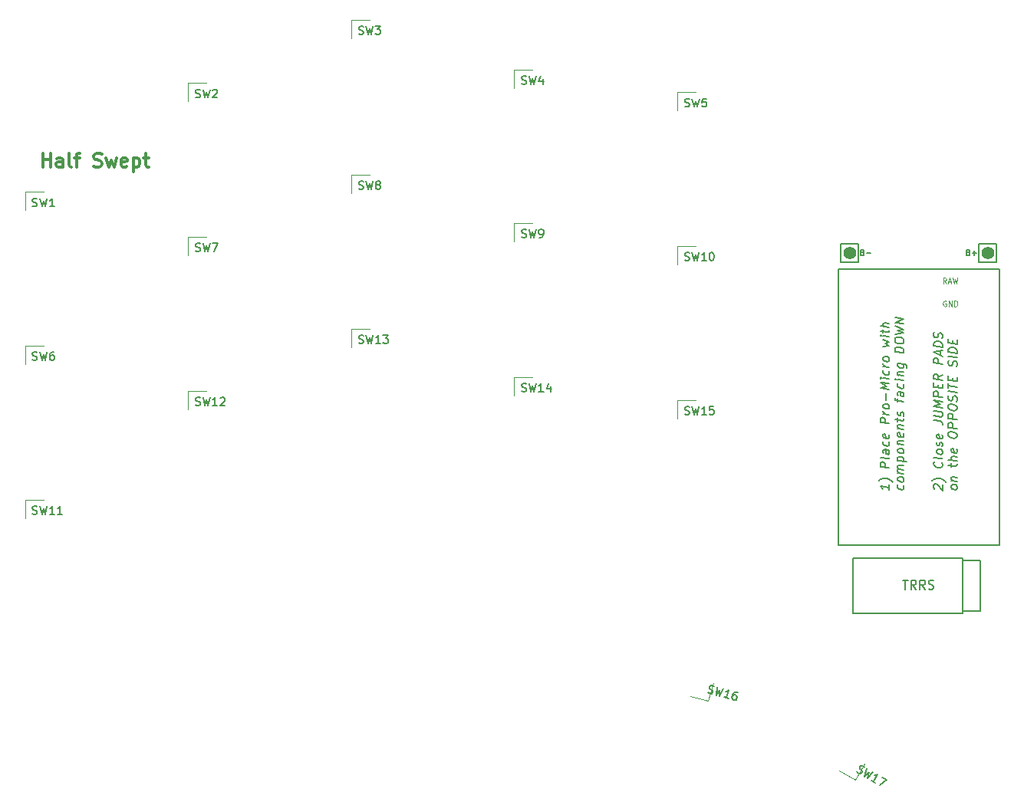
<source format=gbr>
%TF.GenerationSoftware,KiCad,Pcbnew,9.0.2*%
%TF.CreationDate,2025-05-16T20:21:05+01:00*%
%TF.ProjectId,half-swept,68616c66-2d73-4776-9570-742e6b696361,rev?*%
%TF.SameCoordinates,Original*%
%TF.FileFunction,Legend,Top*%
%TF.FilePolarity,Positive*%
%FSLAX46Y46*%
G04 Gerber Fmt 4.6, Leading zero omitted, Abs format (unit mm)*
G04 Created by KiCad (PCBNEW 9.0.2) date 2025-05-16 20:21:05*
%MOMM*%
%LPD*%
G01*
G04 APERTURE LIST*
%ADD10C,0.150000*%
%ADD11C,0.300000*%
%ADD12C,0.120000*%
%ADD13C,0.160000*%
%ADD14C,1.397000*%
G04 APERTURE END LIST*
D10*
X115626247Y-71586163D02*
X115626247Y-72157592D01*
X115626247Y-71871877D02*
X114626247Y-71746877D01*
X114626247Y-71746877D02*
X114769104Y-71859973D01*
X114769104Y-71859973D02*
X114864342Y-71967116D01*
X114864342Y-71967116D02*
X114911961Y-72068306D01*
X116007199Y-71300449D02*
X115959580Y-71246877D01*
X115959580Y-71246877D02*
X115816723Y-71133782D01*
X115816723Y-71133782D02*
X115721485Y-71074258D01*
X115721485Y-71074258D02*
X115578628Y-71008782D01*
X115578628Y-71008782D02*
X115340532Y-70931401D01*
X115340532Y-70931401D02*
X115150056Y-70907592D01*
X115150056Y-70907592D02*
X114911961Y-70925449D01*
X114911961Y-70925449D02*
X114769104Y-70955211D01*
X114769104Y-70955211D02*
X114673866Y-70990925D01*
X114673866Y-70990925D02*
X114531008Y-71068306D01*
X114531008Y-71068306D02*
X114483389Y-71109973D01*
X115626247Y-69729020D02*
X114626247Y-69604020D01*
X114626247Y-69604020D02*
X114626247Y-69223067D01*
X114626247Y-69223067D02*
X114673866Y-69133782D01*
X114673866Y-69133782D02*
X114721485Y-69092115D01*
X114721485Y-69092115D02*
X114816723Y-69056401D01*
X114816723Y-69056401D02*
X114959580Y-69074258D01*
X114959580Y-69074258D02*
X115054818Y-69133782D01*
X115054818Y-69133782D02*
X115102437Y-69187353D01*
X115102437Y-69187353D02*
X115150056Y-69288543D01*
X115150056Y-69288543D02*
X115150056Y-69669496D01*
X115626247Y-68586163D02*
X115578628Y-68675448D01*
X115578628Y-68675448D02*
X115483389Y-68711163D01*
X115483389Y-68711163D02*
X114626247Y-68604020D01*
X115626247Y-67776638D02*
X115102437Y-67711162D01*
X115102437Y-67711162D02*
X115007199Y-67746876D01*
X115007199Y-67746876D02*
X114959580Y-67836162D01*
X114959580Y-67836162D02*
X114959580Y-68026638D01*
X114959580Y-68026638D02*
X115007199Y-68127829D01*
X115578628Y-67770686D02*
X115626247Y-67871876D01*
X115626247Y-67871876D02*
X115626247Y-68109972D01*
X115626247Y-68109972D02*
X115578628Y-68199257D01*
X115578628Y-68199257D02*
X115483389Y-68234972D01*
X115483389Y-68234972D02*
X115388151Y-68223067D01*
X115388151Y-68223067D02*
X115292913Y-68163543D01*
X115292913Y-68163543D02*
X115245294Y-68062353D01*
X115245294Y-68062353D02*
X115245294Y-67824257D01*
X115245294Y-67824257D02*
X115197675Y-67723067D01*
X115578628Y-66865924D02*
X115626247Y-66967114D01*
X115626247Y-66967114D02*
X115626247Y-67157591D01*
X115626247Y-67157591D02*
X115578628Y-67246876D01*
X115578628Y-67246876D02*
X115531008Y-67288543D01*
X115531008Y-67288543D02*
X115435770Y-67324257D01*
X115435770Y-67324257D02*
X115150056Y-67288543D01*
X115150056Y-67288543D02*
X115054818Y-67229019D01*
X115054818Y-67229019D02*
X115007199Y-67175448D01*
X115007199Y-67175448D02*
X114959580Y-67074257D01*
X114959580Y-67074257D02*
X114959580Y-66883781D01*
X114959580Y-66883781D02*
X115007199Y-66794495D01*
X115578628Y-66056400D02*
X115626247Y-66157590D01*
X115626247Y-66157590D02*
X115626247Y-66348067D01*
X115626247Y-66348067D02*
X115578628Y-66437352D01*
X115578628Y-66437352D02*
X115483389Y-66473067D01*
X115483389Y-66473067D02*
X115102437Y-66425448D01*
X115102437Y-66425448D02*
X115007199Y-66365924D01*
X115007199Y-66365924D02*
X114959580Y-66264733D01*
X114959580Y-66264733D02*
X114959580Y-66074257D01*
X114959580Y-66074257D02*
X115007199Y-65984971D01*
X115007199Y-65984971D02*
X115102437Y-65949257D01*
X115102437Y-65949257D02*
X115197675Y-65961162D01*
X115197675Y-65961162D02*
X115292913Y-66449257D01*
X115626247Y-64824257D02*
X114626247Y-64699257D01*
X114626247Y-64699257D02*
X114626247Y-64318304D01*
X114626247Y-64318304D02*
X114673866Y-64229019D01*
X114673866Y-64229019D02*
X114721485Y-64187352D01*
X114721485Y-64187352D02*
X114816723Y-64151638D01*
X114816723Y-64151638D02*
X114959580Y-64169495D01*
X114959580Y-64169495D02*
X115054818Y-64229019D01*
X115054818Y-64229019D02*
X115102437Y-64282590D01*
X115102437Y-64282590D02*
X115150056Y-64383780D01*
X115150056Y-64383780D02*
X115150056Y-64764733D01*
X115626247Y-63824257D02*
X114959580Y-63740923D01*
X115150056Y-63764733D02*
X115054818Y-63705209D01*
X115054818Y-63705209D02*
X115007199Y-63651638D01*
X115007199Y-63651638D02*
X114959580Y-63550447D01*
X114959580Y-63550447D02*
X114959580Y-63455209D01*
X115626247Y-63062352D02*
X115578628Y-63151637D01*
X115578628Y-63151637D02*
X115531008Y-63193304D01*
X115531008Y-63193304D02*
X115435770Y-63229018D01*
X115435770Y-63229018D02*
X115150056Y-63193304D01*
X115150056Y-63193304D02*
X115054818Y-63133780D01*
X115054818Y-63133780D02*
X115007199Y-63080209D01*
X115007199Y-63080209D02*
X114959580Y-62979018D01*
X114959580Y-62979018D02*
X114959580Y-62836161D01*
X114959580Y-62836161D02*
X115007199Y-62746875D01*
X115007199Y-62746875D02*
X115054818Y-62705209D01*
X115054818Y-62705209D02*
X115150056Y-62669494D01*
X115150056Y-62669494D02*
X115435770Y-62705209D01*
X115435770Y-62705209D02*
X115531008Y-62764732D01*
X115531008Y-62764732D02*
X115578628Y-62818304D01*
X115578628Y-62818304D02*
X115626247Y-62919494D01*
X115626247Y-62919494D02*
X115626247Y-63062352D01*
X115245294Y-62252828D02*
X115245294Y-61490923D01*
X115626247Y-61062352D02*
X114626247Y-60937352D01*
X114626247Y-60937352D02*
X115340532Y-60693304D01*
X115340532Y-60693304D02*
X114626247Y-60270685D01*
X114626247Y-60270685D02*
X115626247Y-60395685D01*
X115626247Y-59919495D02*
X114959580Y-59836161D01*
X114626247Y-59794495D02*
X114673866Y-59848066D01*
X114673866Y-59848066D02*
X114721485Y-59806399D01*
X114721485Y-59806399D02*
X114673866Y-59752828D01*
X114673866Y-59752828D02*
X114626247Y-59794495D01*
X114626247Y-59794495D02*
X114721485Y-59806399D01*
X115578628Y-59008781D02*
X115626247Y-59109971D01*
X115626247Y-59109971D02*
X115626247Y-59300448D01*
X115626247Y-59300448D02*
X115578628Y-59389733D01*
X115578628Y-59389733D02*
X115531008Y-59431400D01*
X115531008Y-59431400D02*
X115435770Y-59467114D01*
X115435770Y-59467114D02*
X115150056Y-59431400D01*
X115150056Y-59431400D02*
X115054818Y-59371876D01*
X115054818Y-59371876D02*
X115007199Y-59318305D01*
X115007199Y-59318305D02*
X114959580Y-59217114D01*
X114959580Y-59217114D02*
X114959580Y-59026638D01*
X114959580Y-59026638D02*
X115007199Y-58937352D01*
X115626247Y-58586162D02*
X114959580Y-58502828D01*
X115150056Y-58526638D02*
X115054818Y-58467114D01*
X115054818Y-58467114D02*
X115007199Y-58413543D01*
X115007199Y-58413543D02*
X114959580Y-58312352D01*
X114959580Y-58312352D02*
X114959580Y-58217114D01*
X115626247Y-57824257D02*
X115578628Y-57913542D01*
X115578628Y-57913542D02*
X115531008Y-57955209D01*
X115531008Y-57955209D02*
X115435770Y-57990923D01*
X115435770Y-57990923D02*
X115150056Y-57955209D01*
X115150056Y-57955209D02*
X115054818Y-57895685D01*
X115054818Y-57895685D02*
X115007199Y-57842114D01*
X115007199Y-57842114D02*
X114959580Y-57740923D01*
X114959580Y-57740923D02*
X114959580Y-57598066D01*
X114959580Y-57598066D02*
X115007199Y-57508780D01*
X115007199Y-57508780D02*
X115054818Y-57467114D01*
X115054818Y-57467114D02*
X115150056Y-57431399D01*
X115150056Y-57431399D02*
X115435770Y-57467114D01*
X115435770Y-57467114D02*
X115531008Y-57526637D01*
X115531008Y-57526637D02*
X115578628Y-57580209D01*
X115578628Y-57580209D02*
X115626247Y-57681399D01*
X115626247Y-57681399D02*
X115626247Y-57824257D01*
X114959580Y-56312351D02*
X115626247Y-56205209D01*
X115626247Y-56205209D02*
X115150056Y-55955209D01*
X115150056Y-55955209D02*
X115626247Y-55824256D01*
X115626247Y-55824256D02*
X114959580Y-55550447D01*
X115626247Y-55252828D02*
X114959580Y-55169494D01*
X114626247Y-55127828D02*
X114673866Y-55181399D01*
X114673866Y-55181399D02*
X114721485Y-55139732D01*
X114721485Y-55139732D02*
X114673866Y-55086161D01*
X114673866Y-55086161D02*
X114626247Y-55127828D01*
X114626247Y-55127828D02*
X114721485Y-55139732D01*
X114959580Y-54836161D02*
X114959580Y-54455209D01*
X114626247Y-54651638D02*
X115483389Y-54758781D01*
X115483389Y-54758781D02*
X115578628Y-54723066D01*
X115578628Y-54723066D02*
X115626247Y-54633781D01*
X115626247Y-54633781D02*
X115626247Y-54538542D01*
X115626247Y-54205209D02*
X114626247Y-54080209D01*
X115626247Y-53776637D02*
X115102437Y-53711161D01*
X115102437Y-53711161D02*
X115007199Y-53746875D01*
X115007199Y-53746875D02*
X114959580Y-53836161D01*
X114959580Y-53836161D02*
X114959580Y-53979018D01*
X114959580Y-53979018D02*
X115007199Y-54080209D01*
X115007199Y-54080209D02*
X115054818Y-54133780D01*
X117188572Y-71675449D02*
X117236191Y-71776639D01*
X117236191Y-71776639D02*
X117236191Y-71967116D01*
X117236191Y-71967116D02*
X117188572Y-72056401D01*
X117188572Y-72056401D02*
X117140952Y-72098068D01*
X117140952Y-72098068D02*
X117045714Y-72133782D01*
X117045714Y-72133782D02*
X116760000Y-72098068D01*
X116760000Y-72098068D02*
X116664762Y-72038544D01*
X116664762Y-72038544D02*
X116617143Y-71984973D01*
X116617143Y-71984973D02*
X116569524Y-71883782D01*
X116569524Y-71883782D02*
X116569524Y-71693306D01*
X116569524Y-71693306D02*
X116617143Y-71604020D01*
X117236191Y-71109973D02*
X117188572Y-71199258D01*
X117188572Y-71199258D02*
X117140952Y-71240925D01*
X117140952Y-71240925D02*
X117045714Y-71276639D01*
X117045714Y-71276639D02*
X116760000Y-71240925D01*
X116760000Y-71240925D02*
X116664762Y-71181401D01*
X116664762Y-71181401D02*
X116617143Y-71127830D01*
X116617143Y-71127830D02*
X116569524Y-71026639D01*
X116569524Y-71026639D02*
X116569524Y-70883782D01*
X116569524Y-70883782D02*
X116617143Y-70794496D01*
X116617143Y-70794496D02*
X116664762Y-70752830D01*
X116664762Y-70752830D02*
X116760000Y-70717115D01*
X116760000Y-70717115D02*
X117045714Y-70752830D01*
X117045714Y-70752830D02*
X117140952Y-70812353D01*
X117140952Y-70812353D02*
X117188572Y-70865925D01*
X117188572Y-70865925D02*
X117236191Y-70967115D01*
X117236191Y-70967115D02*
X117236191Y-71109973D01*
X117236191Y-70348068D02*
X116569524Y-70264734D01*
X116664762Y-70276639D02*
X116617143Y-70223068D01*
X116617143Y-70223068D02*
X116569524Y-70121877D01*
X116569524Y-70121877D02*
X116569524Y-69979020D01*
X116569524Y-69979020D02*
X116617143Y-69889734D01*
X116617143Y-69889734D02*
X116712381Y-69854020D01*
X116712381Y-69854020D02*
X117236191Y-69919496D01*
X116712381Y-69854020D02*
X116617143Y-69794496D01*
X116617143Y-69794496D02*
X116569524Y-69693306D01*
X116569524Y-69693306D02*
X116569524Y-69550449D01*
X116569524Y-69550449D02*
X116617143Y-69461163D01*
X116617143Y-69461163D02*
X116712381Y-69425449D01*
X116712381Y-69425449D02*
X117236191Y-69490925D01*
X116569524Y-68931401D02*
X117569524Y-69056401D01*
X116617143Y-68937354D02*
X116569524Y-68836163D01*
X116569524Y-68836163D02*
X116569524Y-68645687D01*
X116569524Y-68645687D02*
X116617143Y-68556401D01*
X116617143Y-68556401D02*
X116664762Y-68514735D01*
X116664762Y-68514735D02*
X116760000Y-68479020D01*
X116760000Y-68479020D02*
X117045714Y-68514735D01*
X117045714Y-68514735D02*
X117140952Y-68574258D01*
X117140952Y-68574258D02*
X117188572Y-68627830D01*
X117188572Y-68627830D02*
X117236191Y-68729020D01*
X117236191Y-68729020D02*
X117236191Y-68919497D01*
X117236191Y-68919497D02*
X117188572Y-69008782D01*
X117236191Y-67967116D02*
X117188572Y-68056401D01*
X117188572Y-68056401D02*
X117140952Y-68098068D01*
X117140952Y-68098068D02*
X117045714Y-68133782D01*
X117045714Y-68133782D02*
X116760000Y-68098068D01*
X116760000Y-68098068D02*
X116664762Y-68038544D01*
X116664762Y-68038544D02*
X116617143Y-67984973D01*
X116617143Y-67984973D02*
X116569524Y-67883782D01*
X116569524Y-67883782D02*
X116569524Y-67740925D01*
X116569524Y-67740925D02*
X116617143Y-67651639D01*
X116617143Y-67651639D02*
X116664762Y-67609973D01*
X116664762Y-67609973D02*
X116760000Y-67574258D01*
X116760000Y-67574258D02*
X117045714Y-67609973D01*
X117045714Y-67609973D02*
X117140952Y-67669496D01*
X117140952Y-67669496D02*
X117188572Y-67723068D01*
X117188572Y-67723068D02*
X117236191Y-67824258D01*
X117236191Y-67824258D02*
X117236191Y-67967116D01*
X116569524Y-67121877D02*
X117236191Y-67205211D01*
X116664762Y-67133782D02*
X116617143Y-67080211D01*
X116617143Y-67080211D02*
X116569524Y-66979020D01*
X116569524Y-66979020D02*
X116569524Y-66836163D01*
X116569524Y-66836163D02*
X116617143Y-66746877D01*
X116617143Y-66746877D02*
X116712381Y-66711163D01*
X116712381Y-66711163D02*
X117236191Y-66776639D01*
X117188572Y-65913544D02*
X117236191Y-66014734D01*
X117236191Y-66014734D02*
X117236191Y-66205211D01*
X117236191Y-66205211D02*
X117188572Y-66294496D01*
X117188572Y-66294496D02*
X117093333Y-66330211D01*
X117093333Y-66330211D02*
X116712381Y-66282592D01*
X116712381Y-66282592D02*
X116617143Y-66223068D01*
X116617143Y-66223068D02*
X116569524Y-66121877D01*
X116569524Y-66121877D02*
X116569524Y-65931401D01*
X116569524Y-65931401D02*
X116617143Y-65842115D01*
X116617143Y-65842115D02*
X116712381Y-65806401D01*
X116712381Y-65806401D02*
X116807619Y-65818306D01*
X116807619Y-65818306D02*
X116902857Y-66306401D01*
X116569524Y-65359972D02*
X117236191Y-65443306D01*
X116664762Y-65371877D02*
X116617143Y-65318306D01*
X116617143Y-65318306D02*
X116569524Y-65217115D01*
X116569524Y-65217115D02*
X116569524Y-65074258D01*
X116569524Y-65074258D02*
X116617143Y-64984972D01*
X116617143Y-64984972D02*
X116712381Y-64949258D01*
X116712381Y-64949258D02*
X117236191Y-65014734D01*
X116569524Y-64598067D02*
X116569524Y-64217115D01*
X116236191Y-64413544D02*
X117093333Y-64520687D01*
X117093333Y-64520687D02*
X117188572Y-64484972D01*
X117188572Y-64484972D02*
X117236191Y-64395687D01*
X117236191Y-64395687D02*
X117236191Y-64300448D01*
X117188572Y-64008781D02*
X117236191Y-63919496D01*
X117236191Y-63919496D02*
X117236191Y-63729019D01*
X117236191Y-63729019D02*
X117188572Y-63627829D01*
X117188572Y-63627829D02*
X117093333Y-63568305D01*
X117093333Y-63568305D02*
X117045714Y-63562353D01*
X117045714Y-63562353D02*
X116950476Y-63598067D01*
X116950476Y-63598067D02*
X116902857Y-63687353D01*
X116902857Y-63687353D02*
X116902857Y-63830210D01*
X116902857Y-63830210D02*
X116855238Y-63919496D01*
X116855238Y-63919496D02*
X116760000Y-63955210D01*
X116760000Y-63955210D02*
X116712381Y-63949258D01*
X116712381Y-63949258D02*
X116617143Y-63889734D01*
X116617143Y-63889734D02*
X116569524Y-63788543D01*
X116569524Y-63788543D02*
X116569524Y-63645686D01*
X116569524Y-63645686D02*
X116617143Y-63556400D01*
X116569524Y-62455209D02*
X116569524Y-62074257D01*
X117236191Y-62395686D02*
X116379048Y-62288543D01*
X116379048Y-62288543D02*
X116283810Y-62229019D01*
X116283810Y-62229019D02*
X116236191Y-62127829D01*
X116236191Y-62127829D02*
X116236191Y-62032590D01*
X117236191Y-61395685D02*
X116712381Y-61330209D01*
X116712381Y-61330209D02*
X116617143Y-61365923D01*
X116617143Y-61365923D02*
X116569524Y-61455209D01*
X116569524Y-61455209D02*
X116569524Y-61645685D01*
X116569524Y-61645685D02*
X116617143Y-61746876D01*
X117188572Y-61389733D02*
X117236191Y-61490923D01*
X117236191Y-61490923D02*
X117236191Y-61729019D01*
X117236191Y-61729019D02*
X117188572Y-61818304D01*
X117188572Y-61818304D02*
X117093333Y-61854019D01*
X117093333Y-61854019D02*
X116998095Y-61842114D01*
X116998095Y-61842114D02*
X116902857Y-61782590D01*
X116902857Y-61782590D02*
X116855238Y-61681400D01*
X116855238Y-61681400D02*
X116855238Y-61443304D01*
X116855238Y-61443304D02*
X116807619Y-61342114D01*
X117188572Y-60484971D02*
X117236191Y-60586161D01*
X117236191Y-60586161D02*
X117236191Y-60776638D01*
X117236191Y-60776638D02*
X117188572Y-60865923D01*
X117188572Y-60865923D02*
X117140952Y-60907590D01*
X117140952Y-60907590D02*
X117045714Y-60943304D01*
X117045714Y-60943304D02*
X116760000Y-60907590D01*
X116760000Y-60907590D02*
X116664762Y-60848066D01*
X116664762Y-60848066D02*
X116617143Y-60794495D01*
X116617143Y-60794495D02*
X116569524Y-60693304D01*
X116569524Y-60693304D02*
X116569524Y-60502828D01*
X116569524Y-60502828D02*
X116617143Y-60413542D01*
X117236191Y-60062352D02*
X116569524Y-59979018D01*
X116236191Y-59937352D02*
X116283810Y-59990923D01*
X116283810Y-59990923D02*
X116331429Y-59949256D01*
X116331429Y-59949256D02*
X116283810Y-59895685D01*
X116283810Y-59895685D02*
X116236191Y-59937352D01*
X116236191Y-59937352D02*
X116331429Y-59949256D01*
X116569524Y-59502828D02*
X117236191Y-59586162D01*
X116664762Y-59514733D02*
X116617143Y-59461162D01*
X116617143Y-59461162D02*
X116569524Y-59359971D01*
X116569524Y-59359971D02*
X116569524Y-59217114D01*
X116569524Y-59217114D02*
X116617143Y-59127828D01*
X116617143Y-59127828D02*
X116712381Y-59092114D01*
X116712381Y-59092114D02*
X117236191Y-59157590D01*
X116569524Y-58169495D02*
X117379048Y-58270685D01*
X117379048Y-58270685D02*
X117474286Y-58330209D01*
X117474286Y-58330209D02*
X117521905Y-58383781D01*
X117521905Y-58383781D02*
X117569524Y-58484971D01*
X117569524Y-58484971D02*
X117569524Y-58627828D01*
X117569524Y-58627828D02*
X117521905Y-58717114D01*
X117188572Y-58246876D02*
X117236191Y-58348066D01*
X117236191Y-58348066D02*
X117236191Y-58538543D01*
X117236191Y-58538543D02*
X117188572Y-58627828D01*
X117188572Y-58627828D02*
X117140952Y-58669495D01*
X117140952Y-58669495D02*
X117045714Y-58705209D01*
X117045714Y-58705209D02*
X116760000Y-58669495D01*
X116760000Y-58669495D02*
X116664762Y-58609971D01*
X116664762Y-58609971D02*
X116617143Y-58556400D01*
X116617143Y-58556400D02*
X116569524Y-58455209D01*
X116569524Y-58455209D02*
X116569524Y-58264733D01*
X116569524Y-58264733D02*
X116617143Y-58175447D01*
X117236191Y-57014733D02*
X116236191Y-56889733D01*
X116236191Y-56889733D02*
X116236191Y-56651637D01*
X116236191Y-56651637D02*
X116283810Y-56514733D01*
X116283810Y-56514733D02*
X116379048Y-56431399D01*
X116379048Y-56431399D02*
X116474286Y-56395685D01*
X116474286Y-56395685D02*
X116664762Y-56371876D01*
X116664762Y-56371876D02*
X116807619Y-56389733D01*
X116807619Y-56389733D02*
X116998095Y-56461161D01*
X116998095Y-56461161D02*
X117093333Y-56520685D01*
X117093333Y-56520685D02*
X117188572Y-56627828D01*
X117188572Y-56627828D02*
X117236191Y-56776637D01*
X117236191Y-56776637D02*
X117236191Y-57014733D01*
X116236191Y-55699256D02*
X116236191Y-55508780D01*
X116236191Y-55508780D02*
X116283810Y-55419495D01*
X116283810Y-55419495D02*
X116379048Y-55336161D01*
X116379048Y-55336161D02*
X116569524Y-55312352D01*
X116569524Y-55312352D02*
X116902857Y-55354018D01*
X116902857Y-55354018D02*
X117093333Y-55425447D01*
X117093333Y-55425447D02*
X117188572Y-55532590D01*
X117188572Y-55532590D02*
X117236191Y-55633780D01*
X117236191Y-55633780D02*
X117236191Y-55824256D01*
X117236191Y-55824256D02*
X117188572Y-55913542D01*
X117188572Y-55913542D02*
X117093333Y-55996876D01*
X117093333Y-55996876D02*
X116902857Y-56020685D01*
X116902857Y-56020685D02*
X116569524Y-55979018D01*
X116569524Y-55979018D02*
X116379048Y-55907590D01*
X116379048Y-55907590D02*
X116283810Y-55800447D01*
X116283810Y-55800447D02*
X116236191Y-55699256D01*
X116236191Y-54937352D02*
X117236191Y-54824257D01*
X117236191Y-54824257D02*
X116521905Y-54544495D01*
X116521905Y-54544495D02*
X117236191Y-54443304D01*
X117236191Y-54443304D02*
X116236191Y-54080209D01*
X117236191Y-53824257D02*
X116236191Y-53699257D01*
X116236191Y-53699257D02*
X117236191Y-53252828D01*
X117236191Y-53252828D02*
X116236191Y-53127828D01*
D11*
X22189999Y-36492328D02*
X22189999Y-34992328D01*
X22189999Y-35706614D02*
X23047142Y-35706614D01*
X23047142Y-36492328D02*
X23047142Y-34992328D01*
X24404286Y-36492328D02*
X24404286Y-35706614D01*
X24404286Y-35706614D02*
X24332857Y-35563757D01*
X24332857Y-35563757D02*
X24190000Y-35492328D01*
X24190000Y-35492328D02*
X23904286Y-35492328D01*
X23904286Y-35492328D02*
X23761428Y-35563757D01*
X24404286Y-36420900D02*
X24261428Y-36492328D01*
X24261428Y-36492328D02*
X23904286Y-36492328D01*
X23904286Y-36492328D02*
X23761428Y-36420900D01*
X23761428Y-36420900D02*
X23690000Y-36278042D01*
X23690000Y-36278042D02*
X23690000Y-36135185D01*
X23690000Y-36135185D02*
X23761428Y-35992328D01*
X23761428Y-35992328D02*
X23904286Y-35920900D01*
X23904286Y-35920900D02*
X24261428Y-35920900D01*
X24261428Y-35920900D02*
X24404286Y-35849471D01*
X25332857Y-36492328D02*
X25190000Y-36420900D01*
X25190000Y-36420900D02*
X25118571Y-36278042D01*
X25118571Y-36278042D02*
X25118571Y-34992328D01*
X25690000Y-35492328D02*
X26261428Y-35492328D01*
X25904285Y-36492328D02*
X25904285Y-35206614D01*
X25904285Y-35206614D02*
X25975714Y-35063757D01*
X25975714Y-35063757D02*
X26118571Y-34992328D01*
X26118571Y-34992328D02*
X26261428Y-34992328D01*
X27832857Y-36420900D02*
X28047143Y-36492328D01*
X28047143Y-36492328D02*
X28404285Y-36492328D01*
X28404285Y-36492328D02*
X28547143Y-36420900D01*
X28547143Y-36420900D02*
X28618571Y-36349471D01*
X28618571Y-36349471D02*
X28690000Y-36206614D01*
X28690000Y-36206614D02*
X28690000Y-36063757D01*
X28690000Y-36063757D02*
X28618571Y-35920900D01*
X28618571Y-35920900D02*
X28547143Y-35849471D01*
X28547143Y-35849471D02*
X28404285Y-35778042D01*
X28404285Y-35778042D02*
X28118571Y-35706614D01*
X28118571Y-35706614D02*
X27975714Y-35635185D01*
X27975714Y-35635185D02*
X27904285Y-35563757D01*
X27904285Y-35563757D02*
X27832857Y-35420900D01*
X27832857Y-35420900D02*
X27832857Y-35278042D01*
X27832857Y-35278042D02*
X27904285Y-35135185D01*
X27904285Y-35135185D02*
X27975714Y-35063757D01*
X27975714Y-35063757D02*
X28118571Y-34992328D01*
X28118571Y-34992328D02*
X28475714Y-34992328D01*
X28475714Y-34992328D02*
X28690000Y-35063757D01*
X29189999Y-35492328D02*
X29475714Y-36492328D01*
X29475714Y-36492328D02*
X29761428Y-35778042D01*
X29761428Y-35778042D02*
X30047142Y-36492328D01*
X30047142Y-36492328D02*
X30332856Y-35492328D01*
X31475714Y-36420900D02*
X31332857Y-36492328D01*
X31332857Y-36492328D02*
X31047143Y-36492328D01*
X31047143Y-36492328D02*
X30904285Y-36420900D01*
X30904285Y-36420900D02*
X30832857Y-36278042D01*
X30832857Y-36278042D02*
X30832857Y-35706614D01*
X30832857Y-35706614D02*
X30904285Y-35563757D01*
X30904285Y-35563757D02*
X31047143Y-35492328D01*
X31047143Y-35492328D02*
X31332857Y-35492328D01*
X31332857Y-35492328D02*
X31475714Y-35563757D01*
X31475714Y-35563757D02*
X31547143Y-35706614D01*
X31547143Y-35706614D02*
X31547143Y-35849471D01*
X31547143Y-35849471D02*
X30832857Y-35992328D01*
X32189999Y-35492328D02*
X32189999Y-36992328D01*
X32189999Y-35563757D02*
X32332857Y-35492328D01*
X32332857Y-35492328D02*
X32618571Y-35492328D01*
X32618571Y-35492328D02*
X32761428Y-35563757D01*
X32761428Y-35563757D02*
X32832857Y-35635185D01*
X32832857Y-35635185D02*
X32904285Y-35778042D01*
X32904285Y-35778042D02*
X32904285Y-36206614D01*
X32904285Y-36206614D02*
X32832857Y-36349471D01*
X32832857Y-36349471D02*
X32761428Y-36420900D01*
X32761428Y-36420900D02*
X32618571Y-36492328D01*
X32618571Y-36492328D02*
X32332857Y-36492328D01*
X32332857Y-36492328D02*
X32189999Y-36420900D01*
X33332857Y-35492328D02*
X33904285Y-35492328D01*
X33547142Y-34992328D02*
X33547142Y-36278042D01*
X33547142Y-36278042D02*
X33618571Y-36420900D01*
X33618571Y-36420900D02*
X33761428Y-36492328D01*
X33761428Y-36492328D02*
X33904285Y-36492328D01*
D12*
X121897289Y-51312702D02*
X121840147Y-51284131D01*
X121840147Y-51284131D02*
X121754432Y-51284131D01*
X121754432Y-51284131D02*
X121668718Y-51312702D01*
X121668718Y-51312702D02*
X121611575Y-51369845D01*
X121611575Y-51369845D02*
X121583004Y-51426988D01*
X121583004Y-51426988D02*
X121554432Y-51541274D01*
X121554432Y-51541274D02*
X121554432Y-51626988D01*
X121554432Y-51626988D02*
X121583004Y-51741274D01*
X121583004Y-51741274D02*
X121611575Y-51798417D01*
X121611575Y-51798417D02*
X121668718Y-51855560D01*
X121668718Y-51855560D02*
X121754432Y-51884131D01*
X121754432Y-51884131D02*
X121811575Y-51884131D01*
X121811575Y-51884131D02*
X121897289Y-51855560D01*
X121897289Y-51855560D02*
X121925861Y-51826988D01*
X121925861Y-51826988D02*
X121925861Y-51626988D01*
X121925861Y-51626988D02*
X121811575Y-51626988D01*
X122183004Y-51884131D02*
X122183004Y-51284131D01*
X122183004Y-51284131D02*
X122525861Y-51884131D01*
X122525861Y-51884131D02*
X122525861Y-51284131D01*
X122811575Y-51884131D02*
X122811575Y-51284131D01*
X122811575Y-51284131D02*
X122954432Y-51284131D01*
X122954432Y-51284131D02*
X123040146Y-51312702D01*
X123040146Y-51312702D02*
X123097289Y-51369845D01*
X123097289Y-51369845D02*
X123125860Y-51426988D01*
X123125860Y-51426988D02*
X123154432Y-51541274D01*
X123154432Y-51541274D02*
X123154432Y-51626988D01*
X123154432Y-51626988D02*
X123125860Y-51741274D01*
X123125860Y-51741274D02*
X123097289Y-51798417D01*
X123097289Y-51798417D02*
X123040146Y-51855560D01*
X123040146Y-51855560D02*
X122954432Y-51884131D01*
X122954432Y-51884131D02*
X122811575Y-51884131D01*
D10*
X120614285Y-72044496D02*
X120566666Y-71990925D01*
X120566666Y-71990925D02*
X120519047Y-71889735D01*
X120519047Y-71889735D02*
X120519047Y-71651639D01*
X120519047Y-71651639D02*
X120566666Y-71562354D01*
X120566666Y-71562354D02*
X120614285Y-71520687D01*
X120614285Y-71520687D02*
X120709523Y-71484973D01*
X120709523Y-71484973D02*
X120804761Y-71496877D01*
X120804761Y-71496877D02*
X120947618Y-71562354D01*
X120947618Y-71562354D02*
X121519047Y-72205211D01*
X121519047Y-72205211D02*
X121519047Y-71586163D01*
X121899999Y-71300449D02*
X121852380Y-71246877D01*
X121852380Y-71246877D02*
X121709523Y-71133782D01*
X121709523Y-71133782D02*
X121614285Y-71074258D01*
X121614285Y-71074258D02*
X121471428Y-71008782D01*
X121471428Y-71008782D02*
X121233332Y-70931401D01*
X121233332Y-70931401D02*
X121042856Y-70907592D01*
X121042856Y-70907592D02*
X120804761Y-70925449D01*
X120804761Y-70925449D02*
X120661904Y-70955211D01*
X120661904Y-70955211D02*
X120566666Y-70990925D01*
X120566666Y-70990925D02*
X120423808Y-71068306D01*
X120423808Y-71068306D02*
X120376189Y-71109973D01*
X121423808Y-69145686D02*
X121471428Y-69199258D01*
X121471428Y-69199258D02*
X121519047Y-69348067D01*
X121519047Y-69348067D02*
X121519047Y-69443305D01*
X121519047Y-69443305D02*
X121471428Y-69580210D01*
X121471428Y-69580210D02*
X121376189Y-69663543D01*
X121376189Y-69663543D02*
X121280951Y-69699258D01*
X121280951Y-69699258D02*
X121090475Y-69723067D01*
X121090475Y-69723067D02*
X120947618Y-69705210D01*
X120947618Y-69705210D02*
X120757142Y-69633782D01*
X120757142Y-69633782D02*
X120661904Y-69574258D01*
X120661904Y-69574258D02*
X120566666Y-69467115D01*
X120566666Y-69467115D02*
X120519047Y-69318305D01*
X120519047Y-69318305D02*
X120519047Y-69223067D01*
X120519047Y-69223067D02*
X120566666Y-69086163D01*
X120566666Y-69086163D02*
X120614285Y-69044496D01*
X121519047Y-68586163D02*
X121471428Y-68675448D01*
X121471428Y-68675448D02*
X121376189Y-68711163D01*
X121376189Y-68711163D02*
X120519047Y-68604020D01*
X121519047Y-68062353D02*
X121471428Y-68151638D01*
X121471428Y-68151638D02*
X121423808Y-68193305D01*
X121423808Y-68193305D02*
X121328570Y-68229019D01*
X121328570Y-68229019D02*
X121042856Y-68193305D01*
X121042856Y-68193305D02*
X120947618Y-68133781D01*
X120947618Y-68133781D02*
X120899999Y-68080210D01*
X120899999Y-68080210D02*
X120852380Y-67979019D01*
X120852380Y-67979019D02*
X120852380Y-67836162D01*
X120852380Y-67836162D02*
X120899999Y-67746876D01*
X120899999Y-67746876D02*
X120947618Y-67705210D01*
X120947618Y-67705210D02*
X121042856Y-67669495D01*
X121042856Y-67669495D02*
X121328570Y-67705210D01*
X121328570Y-67705210D02*
X121423808Y-67764733D01*
X121423808Y-67764733D02*
X121471428Y-67818305D01*
X121471428Y-67818305D02*
X121519047Y-67919495D01*
X121519047Y-67919495D02*
X121519047Y-68062353D01*
X121471428Y-67342114D02*
X121519047Y-67252829D01*
X121519047Y-67252829D02*
X121519047Y-67062352D01*
X121519047Y-67062352D02*
X121471428Y-66961162D01*
X121471428Y-66961162D02*
X121376189Y-66901638D01*
X121376189Y-66901638D02*
X121328570Y-66895686D01*
X121328570Y-66895686D02*
X121233332Y-66931400D01*
X121233332Y-66931400D02*
X121185713Y-67020686D01*
X121185713Y-67020686D02*
X121185713Y-67163543D01*
X121185713Y-67163543D02*
X121138094Y-67252829D01*
X121138094Y-67252829D02*
X121042856Y-67288543D01*
X121042856Y-67288543D02*
X120995237Y-67282591D01*
X120995237Y-67282591D02*
X120899999Y-67223067D01*
X120899999Y-67223067D02*
X120852380Y-67121876D01*
X120852380Y-67121876D02*
X120852380Y-66979019D01*
X120852380Y-66979019D02*
X120899999Y-66889733D01*
X121471428Y-66104019D02*
X121519047Y-66205209D01*
X121519047Y-66205209D02*
X121519047Y-66395686D01*
X121519047Y-66395686D02*
X121471428Y-66484971D01*
X121471428Y-66484971D02*
X121376189Y-66520686D01*
X121376189Y-66520686D02*
X120995237Y-66473067D01*
X120995237Y-66473067D02*
X120899999Y-66413543D01*
X120899999Y-66413543D02*
X120852380Y-66312352D01*
X120852380Y-66312352D02*
X120852380Y-66121876D01*
X120852380Y-66121876D02*
X120899999Y-66032590D01*
X120899999Y-66032590D02*
X120995237Y-65996876D01*
X120995237Y-65996876D02*
X121090475Y-66008781D01*
X121090475Y-66008781D02*
X121185713Y-66496876D01*
X120519047Y-64461161D02*
X121233332Y-64550447D01*
X121233332Y-64550447D02*
X121376189Y-64615923D01*
X121376189Y-64615923D02*
X121471428Y-64723066D01*
X121471428Y-64723066D02*
X121519047Y-64871876D01*
X121519047Y-64871876D02*
X121519047Y-64967114D01*
X120519047Y-63984971D02*
X121328570Y-64086161D01*
X121328570Y-64086161D02*
X121423808Y-64050447D01*
X121423808Y-64050447D02*
X121471428Y-64008780D01*
X121471428Y-64008780D02*
X121519047Y-63919494D01*
X121519047Y-63919494D02*
X121519047Y-63729018D01*
X121519047Y-63729018D02*
X121471428Y-63627828D01*
X121471428Y-63627828D02*
X121423808Y-63574256D01*
X121423808Y-63574256D02*
X121328570Y-63514733D01*
X121328570Y-63514733D02*
X120519047Y-63413542D01*
X121519047Y-63062352D02*
X120519047Y-62937352D01*
X120519047Y-62937352D02*
X121233332Y-62693304D01*
X121233332Y-62693304D02*
X120519047Y-62270685D01*
X120519047Y-62270685D02*
X121519047Y-62395685D01*
X121519047Y-61919495D02*
X120519047Y-61794495D01*
X120519047Y-61794495D02*
X120519047Y-61413542D01*
X120519047Y-61413542D02*
X120566666Y-61324257D01*
X120566666Y-61324257D02*
X120614285Y-61282590D01*
X120614285Y-61282590D02*
X120709523Y-61246876D01*
X120709523Y-61246876D02*
X120852380Y-61264733D01*
X120852380Y-61264733D02*
X120947618Y-61324257D01*
X120947618Y-61324257D02*
X120995237Y-61377828D01*
X120995237Y-61377828D02*
X121042856Y-61479018D01*
X121042856Y-61479018D02*
X121042856Y-61859971D01*
X120995237Y-60854018D02*
X120995237Y-60520685D01*
X121519047Y-60443304D02*
X121519047Y-60919495D01*
X121519047Y-60919495D02*
X120519047Y-60794495D01*
X120519047Y-60794495D02*
X120519047Y-60318304D01*
X121519047Y-59443304D02*
X121042856Y-59717114D01*
X121519047Y-60014733D02*
X120519047Y-59889733D01*
X120519047Y-59889733D02*
X120519047Y-59508780D01*
X120519047Y-59508780D02*
X120566666Y-59419495D01*
X120566666Y-59419495D02*
X120614285Y-59377828D01*
X120614285Y-59377828D02*
X120709523Y-59342114D01*
X120709523Y-59342114D02*
X120852380Y-59359971D01*
X120852380Y-59359971D02*
X120947618Y-59419495D01*
X120947618Y-59419495D02*
X120995237Y-59473066D01*
X120995237Y-59473066D02*
X121042856Y-59574256D01*
X121042856Y-59574256D02*
X121042856Y-59955209D01*
X121519047Y-58252828D02*
X120519047Y-58127828D01*
X120519047Y-58127828D02*
X120519047Y-57746875D01*
X120519047Y-57746875D02*
X120566666Y-57657590D01*
X120566666Y-57657590D02*
X120614285Y-57615923D01*
X120614285Y-57615923D02*
X120709523Y-57580209D01*
X120709523Y-57580209D02*
X120852380Y-57598066D01*
X120852380Y-57598066D02*
X120947618Y-57657590D01*
X120947618Y-57657590D02*
X120995237Y-57711161D01*
X120995237Y-57711161D02*
X121042856Y-57812351D01*
X121042856Y-57812351D02*
X121042856Y-58193304D01*
X121233332Y-57264732D02*
X121233332Y-56788542D01*
X121519047Y-57395685D02*
X120519047Y-56937351D01*
X120519047Y-56937351D02*
X121519047Y-56729018D01*
X121519047Y-56395685D02*
X120519047Y-56270685D01*
X120519047Y-56270685D02*
X120519047Y-56032589D01*
X120519047Y-56032589D02*
X120566666Y-55895685D01*
X120566666Y-55895685D02*
X120661904Y-55812351D01*
X120661904Y-55812351D02*
X120757142Y-55776637D01*
X120757142Y-55776637D02*
X120947618Y-55752828D01*
X120947618Y-55752828D02*
X121090475Y-55770685D01*
X121090475Y-55770685D02*
X121280951Y-55842113D01*
X121280951Y-55842113D02*
X121376189Y-55901637D01*
X121376189Y-55901637D02*
X121471428Y-56008780D01*
X121471428Y-56008780D02*
X121519047Y-56157589D01*
X121519047Y-56157589D02*
X121519047Y-56395685D01*
X121471428Y-55437351D02*
X121519047Y-55300447D01*
X121519047Y-55300447D02*
X121519047Y-55062351D01*
X121519047Y-55062351D02*
X121471428Y-54961161D01*
X121471428Y-54961161D02*
X121423808Y-54907589D01*
X121423808Y-54907589D02*
X121328570Y-54848066D01*
X121328570Y-54848066D02*
X121233332Y-54836161D01*
X121233332Y-54836161D02*
X121138094Y-54871875D01*
X121138094Y-54871875D02*
X121090475Y-54913542D01*
X121090475Y-54913542D02*
X121042856Y-55002828D01*
X121042856Y-55002828D02*
X120995237Y-55187351D01*
X120995237Y-55187351D02*
X120947618Y-55276637D01*
X120947618Y-55276637D02*
X120899999Y-55318304D01*
X120899999Y-55318304D02*
X120804761Y-55354018D01*
X120804761Y-55354018D02*
X120709523Y-55342113D01*
X120709523Y-55342113D02*
X120614285Y-55282589D01*
X120614285Y-55282589D02*
X120566666Y-55229018D01*
X120566666Y-55229018D02*
X120519047Y-55127828D01*
X120519047Y-55127828D02*
X120519047Y-54889732D01*
X120519047Y-54889732D02*
X120566666Y-54752828D01*
X123128991Y-71967116D02*
X123081372Y-72056401D01*
X123081372Y-72056401D02*
X123033752Y-72098068D01*
X123033752Y-72098068D02*
X122938514Y-72133782D01*
X122938514Y-72133782D02*
X122652800Y-72098068D01*
X122652800Y-72098068D02*
X122557562Y-72038544D01*
X122557562Y-72038544D02*
X122509943Y-71984973D01*
X122509943Y-71984973D02*
X122462324Y-71883782D01*
X122462324Y-71883782D02*
X122462324Y-71740925D01*
X122462324Y-71740925D02*
X122509943Y-71651639D01*
X122509943Y-71651639D02*
X122557562Y-71609973D01*
X122557562Y-71609973D02*
X122652800Y-71574258D01*
X122652800Y-71574258D02*
X122938514Y-71609973D01*
X122938514Y-71609973D02*
X123033752Y-71669496D01*
X123033752Y-71669496D02*
X123081372Y-71723068D01*
X123081372Y-71723068D02*
X123128991Y-71824258D01*
X123128991Y-71824258D02*
X123128991Y-71967116D01*
X122462324Y-71121877D02*
X123128991Y-71205211D01*
X122557562Y-71133782D02*
X122509943Y-71080211D01*
X122509943Y-71080211D02*
X122462324Y-70979020D01*
X122462324Y-70979020D02*
X122462324Y-70836163D01*
X122462324Y-70836163D02*
X122509943Y-70746877D01*
X122509943Y-70746877D02*
X122605181Y-70711163D01*
X122605181Y-70711163D02*
X123128991Y-70776639D01*
X122462324Y-69598067D02*
X122462324Y-69217115D01*
X122128991Y-69413544D02*
X122986133Y-69520687D01*
X122986133Y-69520687D02*
X123081372Y-69484972D01*
X123081372Y-69484972D02*
X123128991Y-69395687D01*
X123128991Y-69395687D02*
X123128991Y-69300448D01*
X123128991Y-68967115D02*
X122128991Y-68842115D01*
X123128991Y-68538543D02*
X122605181Y-68473067D01*
X122605181Y-68473067D02*
X122509943Y-68508781D01*
X122509943Y-68508781D02*
X122462324Y-68598067D01*
X122462324Y-68598067D02*
X122462324Y-68740924D01*
X122462324Y-68740924D02*
X122509943Y-68842115D01*
X122509943Y-68842115D02*
X122557562Y-68895686D01*
X123081372Y-67675448D02*
X123128991Y-67776638D01*
X123128991Y-67776638D02*
X123128991Y-67967115D01*
X123128991Y-67967115D02*
X123081372Y-68056400D01*
X123081372Y-68056400D02*
X122986133Y-68092115D01*
X122986133Y-68092115D02*
X122605181Y-68044496D01*
X122605181Y-68044496D02*
X122509943Y-67984972D01*
X122509943Y-67984972D02*
X122462324Y-67883781D01*
X122462324Y-67883781D02*
X122462324Y-67693305D01*
X122462324Y-67693305D02*
X122509943Y-67604019D01*
X122509943Y-67604019D02*
X122605181Y-67568305D01*
X122605181Y-67568305D02*
X122700419Y-67580210D01*
X122700419Y-67580210D02*
X122795657Y-68068305D01*
X122128991Y-66127828D02*
X122128991Y-65937352D01*
X122128991Y-65937352D02*
X122176610Y-65848067D01*
X122176610Y-65848067D02*
X122271848Y-65764733D01*
X122271848Y-65764733D02*
X122462324Y-65740924D01*
X122462324Y-65740924D02*
X122795657Y-65782590D01*
X122795657Y-65782590D02*
X122986133Y-65854019D01*
X122986133Y-65854019D02*
X123081372Y-65961162D01*
X123081372Y-65961162D02*
X123128991Y-66062352D01*
X123128991Y-66062352D02*
X123128991Y-66252828D01*
X123128991Y-66252828D02*
X123081372Y-66342114D01*
X123081372Y-66342114D02*
X122986133Y-66425448D01*
X122986133Y-66425448D02*
X122795657Y-66449257D01*
X122795657Y-66449257D02*
X122462324Y-66407590D01*
X122462324Y-66407590D02*
X122271848Y-66336162D01*
X122271848Y-66336162D02*
X122176610Y-66229019D01*
X122176610Y-66229019D02*
X122128991Y-66127828D01*
X123128991Y-65395686D02*
X122128991Y-65270686D01*
X122128991Y-65270686D02*
X122128991Y-64889733D01*
X122128991Y-64889733D02*
X122176610Y-64800448D01*
X122176610Y-64800448D02*
X122224229Y-64758781D01*
X122224229Y-64758781D02*
X122319467Y-64723067D01*
X122319467Y-64723067D02*
X122462324Y-64740924D01*
X122462324Y-64740924D02*
X122557562Y-64800448D01*
X122557562Y-64800448D02*
X122605181Y-64854019D01*
X122605181Y-64854019D02*
X122652800Y-64955209D01*
X122652800Y-64955209D02*
X122652800Y-65336162D01*
X123128991Y-64395686D02*
X122128991Y-64270686D01*
X122128991Y-64270686D02*
X122128991Y-63889733D01*
X122128991Y-63889733D02*
X122176610Y-63800448D01*
X122176610Y-63800448D02*
X122224229Y-63758781D01*
X122224229Y-63758781D02*
X122319467Y-63723067D01*
X122319467Y-63723067D02*
X122462324Y-63740924D01*
X122462324Y-63740924D02*
X122557562Y-63800448D01*
X122557562Y-63800448D02*
X122605181Y-63854019D01*
X122605181Y-63854019D02*
X122652800Y-63955209D01*
X122652800Y-63955209D02*
X122652800Y-64336162D01*
X122128991Y-63080209D02*
X122128991Y-62889733D01*
X122128991Y-62889733D02*
X122176610Y-62800448D01*
X122176610Y-62800448D02*
X122271848Y-62717114D01*
X122271848Y-62717114D02*
X122462324Y-62693305D01*
X122462324Y-62693305D02*
X122795657Y-62734971D01*
X122795657Y-62734971D02*
X122986133Y-62806400D01*
X122986133Y-62806400D02*
X123081372Y-62913543D01*
X123081372Y-62913543D02*
X123128991Y-63014733D01*
X123128991Y-63014733D02*
X123128991Y-63205209D01*
X123128991Y-63205209D02*
X123081372Y-63294495D01*
X123081372Y-63294495D02*
X122986133Y-63377829D01*
X122986133Y-63377829D02*
X122795657Y-63401638D01*
X122795657Y-63401638D02*
X122462324Y-63359971D01*
X122462324Y-63359971D02*
X122271848Y-63288543D01*
X122271848Y-63288543D02*
X122176610Y-63181400D01*
X122176610Y-63181400D02*
X122128991Y-63080209D01*
X123081372Y-62389733D02*
X123128991Y-62252829D01*
X123128991Y-62252829D02*
X123128991Y-62014733D01*
X123128991Y-62014733D02*
X123081372Y-61913543D01*
X123081372Y-61913543D02*
X123033752Y-61859971D01*
X123033752Y-61859971D02*
X122938514Y-61800448D01*
X122938514Y-61800448D02*
X122843276Y-61788543D01*
X122843276Y-61788543D02*
X122748038Y-61824257D01*
X122748038Y-61824257D02*
X122700419Y-61865924D01*
X122700419Y-61865924D02*
X122652800Y-61955210D01*
X122652800Y-61955210D02*
X122605181Y-62139733D01*
X122605181Y-62139733D02*
X122557562Y-62229019D01*
X122557562Y-62229019D02*
X122509943Y-62270686D01*
X122509943Y-62270686D02*
X122414705Y-62306400D01*
X122414705Y-62306400D02*
X122319467Y-62294495D01*
X122319467Y-62294495D02*
X122224229Y-62234971D01*
X122224229Y-62234971D02*
X122176610Y-62181400D01*
X122176610Y-62181400D02*
X122128991Y-62080210D01*
X122128991Y-62080210D02*
X122128991Y-61842114D01*
X122128991Y-61842114D02*
X122176610Y-61705210D01*
X123128991Y-61395686D02*
X122128991Y-61270686D01*
X122128991Y-60937353D02*
X122128991Y-60365924D01*
X123128991Y-60776639D02*
X122128991Y-60651639D01*
X122605181Y-60092114D02*
X122605181Y-59758781D01*
X123128991Y-59681400D02*
X123128991Y-60157591D01*
X123128991Y-60157591D02*
X122128991Y-60032591D01*
X122128991Y-60032591D02*
X122128991Y-59556400D01*
X123081372Y-58532590D02*
X123128991Y-58395686D01*
X123128991Y-58395686D02*
X123128991Y-58157590D01*
X123128991Y-58157590D02*
X123081372Y-58056400D01*
X123081372Y-58056400D02*
X123033752Y-58002828D01*
X123033752Y-58002828D02*
X122938514Y-57943305D01*
X122938514Y-57943305D02*
X122843276Y-57931400D01*
X122843276Y-57931400D02*
X122748038Y-57967114D01*
X122748038Y-57967114D02*
X122700419Y-58008781D01*
X122700419Y-58008781D02*
X122652800Y-58098067D01*
X122652800Y-58098067D02*
X122605181Y-58282590D01*
X122605181Y-58282590D02*
X122557562Y-58371876D01*
X122557562Y-58371876D02*
X122509943Y-58413543D01*
X122509943Y-58413543D02*
X122414705Y-58449257D01*
X122414705Y-58449257D02*
X122319467Y-58437352D01*
X122319467Y-58437352D02*
X122224229Y-58377828D01*
X122224229Y-58377828D02*
X122176610Y-58324257D01*
X122176610Y-58324257D02*
X122128991Y-58223067D01*
X122128991Y-58223067D02*
X122128991Y-57984971D01*
X122128991Y-57984971D02*
X122176610Y-57848067D01*
X123128991Y-57538543D02*
X122128991Y-57413543D01*
X123128991Y-57062353D02*
X122128991Y-56937353D01*
X122128991Y-56937353D02*
X122128991Y-56699257D01*
X122128991Y-56699257D02*
X122176610Y-56562353D01*
X122176610Y-56562353D02*
X122271848Y-56479019D01*
X122271848Y-56479019D02*
X122367086Y-56443305D01*
X122367086Y-56443305D02*
X122557562Y-56419496D01*
X122557562Y-56419496D02*
X122700419Y-56437353D01*
X122700419Y-56437353D02*
X122890895Y-56508781D01*
X122890895Y-56508781D02*
X122986133Y-56568305D01*
X122986133Y-56568305D02*
X123081372Y-56675448D01*
X123081372Y-56675448D02*
X123128991Y-56824257D01*
X123128991Y-56824257D02*
X123128991Y-57062353D01*
X122605181Y-55996876D02*
X122605181Y-55663543D01*
X123128991Y-55586162D02*
X123128991Y-56062353D01*
X123128991Y-56062353D02*
X122128991Y-55937353D01*
X122128991Y-55937353D02*
X122128991Y-55461162D01*
X117110095Y-82131819D02*
X117681523Y-82131819D01*
X117395809Y-83131819D02*
X117395809Y-82131819D01*
X118586285Y-83131819D02*
X118252952Y-82655628D01*
X118014857Y-83131819D02*
X118014857Y-82131819D01*
X118014857Y-82131819D02*
X118395809Y-82131819D01*
X118395809Y-82131819D02*
X118491047Y-82179438D01*
X118491047Y-82179438D02*
X118538666Y-82227057D01*
X118538666Y-82227057D02*
X118586285Y-82322295D01*
X118586285Y-82322295D02*
X118586285Y-82465152D01*
X118586285Y-82465152D02*
X118538666Y-82560390D01*
X118538666Y-82560390D02*
X118491047Y-82608009D01*
X118491047Y-82608009D02*
X118395809Y-82655628D01*
X118395809Y-82655628D02*
X118014857Y-82655628D01*
X119586285Y-83131819D02*
X119252952Y-82655628D01*
X119014857Y-83131819D02*
X119014857Y-82131819D01*
X119014857Y-82131819D02*
X119395809Y-82131819D01*
X119395809Y-82131819D02*
X119491047Y-82179438D01*
X119491047Y-82179438D02*
X119538666Y-82227057D01*
X119538666Y-82227057D02*
X119586285Y-82322295D01*
X119586285Y-82322295D02*
X119586285Y-82465152D01*
X119586285Y-82465152D02*
X119538666Y-82560390D01*
X119538666Y-82560390D02*
X119491047Y-82608009D01*
X119491047Y-82608009D02*
X119395809Y-82655628D01*
X119395809Y-82655628D02*
X119014857Y-82655628D01*
X119967238Y-83084200D02*
X120110095Y-83131819D01*
X120110095Y-83131819D02*
X120348190Y-83131819D01*
X120348190Y-83131819D02*
X120443428Y-83084200D01*
X120443428Y-83084200D02*
X120491047Y-83036580D01*
X120491047Y-83036580D02*
X120538666Y-82941342D01*
X120538666Y-82941342D02*
X120538666Y-82846104D01*
X120538666Y-82846104D02*
X120491047Y-82750866D01*
X120491047Y-82750866D02*
X120443428Y-82703247D01*
X120443428Y-82703247D02*
X120348190Y-82655628D01*
X120348190Y-82655628D02*
X120157714Y-82608009D01*
X120157714Y-82608009D02*
X120062476Y-82560390D01*
X120062476Y-82560390D02*
X120014857Y-82512771D01*
X120014857Y-82512771D02*
X119967238Y-82417533D01*
X119967238Y-82417533D02*
X119967238Y-82322295D01*
X119967238Y-82322295D02*
X120014857Y-82227057D01*
X120014857Y-82227057D02*
X120062476Y-82179438D01*
X120062476Y-82179438D02*
X120157714Y-82131819D01*
X120157714Y-82131819D02*
X120395809Y-82131819D01*
X120395809Y-82131819D02*
X120538666Y-82179438D01*
D12*
X121925861Y-49344131D02*
X121725861Y-49058417D01*
X121583004Y-49344131D02*
X121583004Y-48744131D01*
X121583004Y-48744131D02*
X121811575Y-48744131D01*
X121811575Y-48744131D02*
X121868718Y-48772702D01*
X121868718Y-48772702D02*
X121897289Y-48801274D01*
X121897289Y-48801274D02*
X121925861Y-48858417D01*
X121925861Y-48858417D02*
X121925861Y-48944131D01*
X121925861Y-48944131D02*
X121897289Y-49001274D01*
X121897289Y-49001274D02*
X121868718Y-49029845D01*
X121868718Y-49029845D02*
X121811575Y-49058417D01*
X121811575Y-49058417D02*
X121583004Y-49058417D01*
X122154432Y-49172702D02*
X122440147Y-49172702D01*
X122097289Y-49344131D02*
X122297289Y-48744131D01*
X122297289Y-48744131D02*
X122497289Y-49344131D01*
X122640147Y-48744131D02*
X122783004Y-49344131D01*
X122783004Y-49344131D02*
X122897290Y-48915560D01*
X122897290Y-48915560D02*
X123011575Y-49344131D01*
X123011575Y-49344131D02*
X123154433Y-48744131D01*
D10*
X124385429Y-45929485D02*
X124471143Y-45958057D01*
X124471143Y-45958057D02*
X124499714Y-45986628D01*
X124499714Y-45986628D02*
X124528286Y-46043771D01*
X124528286Y-46043771D02*
X124528286Y-46129485D01*
X124528286Y-46129485D02*
X124499714Y-46186628D01*
X124499714Y-46186628D02*
X124471143Y-46215200D01*
X124471143Y-46215200D02*
X124414000Y-46243771D01*
X124414000Y-46243771D02*
X124185429Y-46243771D01*
X124185429Y-46243771D02*
X124185429Y-45643771D01*
X124185429Y-45643771D02*
X124385429Y-45643771D01*
X124385429Y-45643771D02*
X124442572Y-45672342D01*
X124442572Y-45672342D02*
X124471143Y-45700914D01*
X124471143Y-45700914D02*
X124499714Y-45758057D01*
X124499714Y-45758057D02*
X124499714Y-45815200D01*
X124499714Y-45815200D02*
X124471143Y-45872342D01*
X124471143Y-45872342D02*
X124442572Y-45900914D01*
X124442572Y-45900914D02*
X124385429Y-45929485D01*
X124385429Y-45929485D02*
X124185429Y-45929485D01*
X124785429Y-46015200D02*
X125242572Y-46015200D01*
X125014000Y-46243771D02*
X125014000Y-45786628D01*
X112701429Y-45929485D02*
X112787143Y-45958057D01*
X112787143Y-45958057D02*
X112815714Y-45986628D01*
X112815714Y-45986628D02*
X112844286Y-46043771D01*
X112844286Y-46043771D02*
X112844286Y-46129485D01*
X112844286Y-46129485D02*
X112815714Y-46186628D01*
X112815714Y-46186628D02*
X112787143Y-46215200D01*
X112787143Y-46215200D02*
X112730000Y-46243771D01*
X112730000Y-46243771D02*
X112501429Y-46243771D01*
X112501429Y-46243771D02*
X112501429Y-45643771D01*
X112501429Y-45643771D02*
X112701429Y-45643771D01*
X112701429Y-45643771D02*
X112758572Y-45672342D01*
X112758572Y-45672342D02*
X112787143Y-45700914D01*
X112787143Y-45700914D02*
X112815714Y-45758057D01*
X112815714Y-45758057D02*
X112815714Y-45815200D01*
X112815714Y-45815200D02*
X112787143Y-45872342D01*
X112787143Y-45872342D02*
X112758572Y-45900914D01*
X112758572Y-45900914D02*
X112701429Y-45929485D01*
X112701429Y-45929485D02*
X112501429Y-45929485D01*
X113101429Y-46015200D02*
X113558572Y-46015200D01*
D13*
X21057491Y-40806380D02*
X21186063Y-40849237D01*
X21186063Y-40849237D02*
X21400348Y-40849237D01*
X21400348Y-40849237D02*
X21486063Y-40806380D01*
X21486063Y-40806380D02*
X21528920Y-40763522D01*
X21528920Y-40763522D02*
X21571777Y-40677808D01*
X21571777Y-40677808D02*
X21571777Y-40592094D01*
X21571777Y-40592094D02*
X21528920Y-40506380D01*
X21528920Y-40506380D02*
X21486063Y-40463522D01*
X21486063Y-40463522D02*
X21400348Y-40420665D01*
X21400348Y-40420665D02*
X21228920Y-40377808D01*
X21228920Y-40377808D02*
X21143205Y-40334951D01*
X21143205Y-40334951D02*
X21100348Y-40292094D01*
X21100348Y-40292094D02*
X21057491Y-40206380D01*
X21057491Y-40206380D02*
X21057491Y-40120665D01*
X21057491Y-40120665D02*
X21100348Y-40034951D01*
X21100348Y-40034951D02*
X21143205Y-39992094D01*
X21143205Y-39992094D02*
X21228920Y-39949237D01*
X21228920Y-39949237D02*
X21443205Y-39949237D01*
X21443205Y-39949237D02*
X21571777Y-39992094D01*
X21871777Y-39949237D02*
X22086063Y-40849237D01*
X22086063Y-40849237D02*
X22257491Y-40206380D01*
X22257491Y-40206380D02*
X22428920Y-40849237D01*
X22428920Y-40849237D02*
X22643206Y-39949237D01*
X23457491Y-40849237D02*
X22943205Y-40849237D01*
X23200348Y-40849237D02*
X23200348Y-39949237D01*
X23200348Y-39949237D02*
X23114634Y-40077808D01*
X23114634Y-40077808D02*
X23028919Y-40163522D01*
X23028919Y-40163522D02*
X22943205Y-40206380D01*
X39057491Y-28806380D02*
X39186063Y-28849237D01*
X39186063Y-28849237D02*
X39400348Y-28849237D01*
X39400348Y-28849237D02*
X39486063Y-28806380D01*
X39486063Y-28806380D02*
X39528920Y-28763522D01*
X39528920Y-28763522D02*
X39571777Y-28677808D01*
X39571777Y-28677808D02*
X39571777Y-28592094D01*
X39571777Y-28592094D02*
X39528920Y-28506380D01*
X39528920Y-28506380D02*
X39486063Y-28463522D01*
X39486063Y-28463522D02*
X39400348Y-28420665D01*
X39400348Y-28420665D02*
X39228920Y-28377808D01*
X39228920Y-28377808D02*
X39143205Y-28334951D01*
X39143205Y-28334951D02*
X39100348Y-28292094D01*
X39100348Y-28292094D02*
X39057491Y-28206380D01*
X39057491Y-28206380D02*
X39057491Y-28120665D01*
X39057491Y-28120665D02*
X39100348Y-28034951D01*
X39100348Y-28034951D02*
X39143205Y-27992094D01*
X39143205Y-27992094D02*
X39228920Y-27949237D01*
X39228920Y-27949237D02*
X39443205Y-27949237D01*
X39443205Y-27949237D02*
X39571777Y-27992094D01*
X39871777Y-27949237D02*
X40086063Y-28849237D01*
X40086063Y-28849237D02*
X40257491Y-28206380D01*
X40257491Y-28206380D02*
X40428920Y-28849237D01*
X40428920Y-28849237D02*
X40643206Y-27949237D01*
X40943205Y-28034951D02*
X40986062Y-27992094D01*
X40986062Y-27992094D02*
X41071777Y-27949237D01*
X41071777Y-27949237D02*
X41286062Y-27949237D01*
X41286062Y-27949237D02*
X41371777Y-27992094D01*
X41371777Y-27992094D02*
X41414634Y-28034951D01*
X41414634Y-28034951D02*
X41457491Y-28120665D01*
X41457491Y-28120665D02*
X41457491Y-28206380D01*
X41457491Y-28206380D02*
X41414634Y-28334951D01*
X41414634Y-28334951D02*
X40900348Y-28849237D01*
X40900348Y-28849237D02*
X41457491Y-28849237D01*
X57057491Y-21806380D02*
X57186063Y-21849237D01*
X57186063Y-21849237D02*
X57400348Y-21849237D01*
X57400348Y-21849237D02*
X57486063Y-21806380D01*
X57486063Y-21806380D02*
X57528920Y-21763522D01*
X57528920Y-21763522D02*
X57571777Y-21677808D01*
X57571777Y-21677808D02*
X57571777Y-21592094D01*
X57571777Y-21592094D02*
X57528920Y-21506380D01*
X57528920Y-21506380D02*
X57486063Y-21463522D01*
X57486063Y-21463522D02*
X57400348Y-21420665D01*
X57400348Y-21420665D02*
X57228920Y-21377808D01*
X57228920Y-21377808D02*
X57143205Y-21334951D01*
X57143205Y-21334951D02*
X57100348Y-21292094D01*
X57100348Y-21292094D02*
X57057491Y-21206380D01*
X57057491Y-21206380D02*
X57057491Y-21120665D01*
X57057491Y-21120665D02*
X57100348Y-21034951D01*
X57100348Y-21034951D02*
X57143205Y-20992094D01*
X57143205Y-20992094D02*
X57228920Y-20949237D01*
X57228920Y-20949237D02*
X57443205Y-20949237D01*
X57443205Y-20949237D02*
X57571777Y-20992094D01*
X57871777Y-20949237D02*
X58086063Y-21849237D01*
X58086063Y-21849237D02*
X58257491Y-21206380D01*
X58257491Y-21206380D02*
X58428920Y-21849237D01*
X58428920Y-21849237D02*
X58643206Y-20949237D01*
X58900348Y-20949237D02*
X59457491Y-20949237D01*
X59457491Y-20949237D02*
X59157491Y-21292094D01*
X59157491Y-21292094D02*
X59286062Y-21292094D01*
X59286062Y-21292094D02*
X59371777Y-21334951D01*
X59371777Y-21334951D02*
X59414634Y-21377808D01*
X59414634Y-21377808D02*
X59457491Y-21463522D01*
X59457491Y-21463522D02*
X59457491Y-21677808D01*
X59457491Y-21677808D02*
X59414634Y-21763522D01*
X59414634Y-21763522D02*
X59371777Y-21806380D01*
X59371777Y-21806380D02*
X59286062Y-21849237D01*
X59286062Y-21849237D02*
X59028919Y-21849237D01*
X59028919Y-21849237D02*
X58943205Y-21806380D01*
X58943205Y-21806380D02*
X58900348Y-21763522D01*
X75057491Y-27306380D02*
X75186063Y-27349237D01*
X75186063Y-27349237D02*
X75400348Y-27349237D01*
X75400348Y-27349237D02*
X75486063Y-27306380D01*
X75486063Y-27306380D02*
X75528920Y-27263522D01*
X75528920Y-27263522D02*
X75571777Y-27177808D01*
X75571777Y-27177808D02*
X75571777Y-27092094D01*
X75571777Y-27092094D02*
X75528920Y-27006380D01*
X75528920Y-27006380D02*
X75486063Y-26963522D01*
X75486063Y-26963522D02*
X75400348Y-26920665D01*
X75400348Y-26920665D02*
X75228920Y-26877808D01*
X75228920Y-26877808D02*
X75143205Y-26834951D01*
X75143205Y-26834951D02*
X75100348Y-26792094D01*
X75100348Y-26792094D02*
X75057491Y-26706380D01*
X75057491Y-26706380D02*
X75057491Y-26620665D01*
X75057491Y-26620665D02*
X75100348Y-26534951D01*
X75100348Y-26534951D02*
X75143205Y-26492094D01*
X75143205Y-26492094D02*
X75228920Y-26449237D01*
X75228920Y-26449237D02*
X75443205Y-26449237D01*
X75443205Y-26449237D02*
X75571777Y-26492094D01*
X75871777Y-26449237D02*
X76086063Y-27349237D01*
X76086063Y-27349237D02*
X76257491Y-26706380D01*
X76257491Y-26706380D02*
X76428920Y-27349237D01*
X76428920Y-27349237D02*
X76643206Y-26449237D01*
X77371777Y-26749237D02*
X77371777Y-27349237D01*
X77157491Y-26406380D02*
X76943205Y-27049237D01*
X76943205Y-27049237D02*
X77500348Y-27049237D01*
X21057491Y-57806380D02*
X21186063Y-57849237D01*
X21186063Y-57849237D02*
X21400348Y-57849237D01*
X21400348Y-57849237D02*
X21486063Y-57806380D01*
X21486063Y-57806380D02*
X21528920Y-57763522D01*
X21528920Y-57763522D02*
X21571777Y-57677808D01*
X21571777Y-57677808D02*
X21571777Y-57592094D01*
X21571777Y-57592094D02*
X21528920Y-57506380D01*
X21528920Y-57506380D02*
X21486063Y-57463522D01*
X21486063Y-57463522D02*
X21400348Y-57420665D01*
X21400348Y-57420665D02*
X21228920Y-57377808D01*
X21228920Y-57377808D02*
X21143205Y-57334951D01*
X21143205Y-57334951D02*
X21100348Y-57292094D01*
X21100348Y-57292094D02*
X21057491Y-57206380D01*
X21057491Y-57206380D02*
X21057491Y-57120665D01*
X21057491Y-57120665D02*
X21100348Y-57034951D01*
X21100348Y-57034951D02*
X21143205Y-56992094D01*
X21143205Y-56992094D02*
X21228920Y-56949237D01*
X21228920Y-56949237D02*
X21443205Y-56949237D01*
X21443205Y-56949237D02*
X21571777Y-56992094D01*
X21871777Y-56949237D02*
X22086063Y-57849237D01*
X22086063Y-57849237D02*
X22257491Y-57206380D01*
X22257491Y-57206380D02*
X22428920Y-57849237D01*
X22428920Y-57849237D02*
X22643206Y-56949237D01*
X23371777Y-56949237D02*
X23200348Y-56949237D01*
X23200348Y-56949237D02*
X23114634Y-56992094D01*
X23114634Y-56992094D02*
X23071777Y-57034951D01*
X23071777Y-57034951D02*
X22986062Y-57163522D01*
X22986062Y-57163522D02*
X22943205Y-57334951D01*
X22943205Y-57334951D02*
X22943205Y-57677808D01*
X22943205Y-57677808D02*
X22986062Y-57763522D01*
X22986062Y-57763522D02*
X23028919Y-57806380D01*
X23028919Y-57806380D02*
X23114634Y-57849237D01*
X23114634Y-57849237D02*
X23286062Y-57849237D01*
X23286062Y-57849237D02*
X23371777Y-57806380D01*
X23371777Y-57806380D02*
X23414634Y-57763522D01*
X23414634Y-57763522D02*
X23457491Y-57677808D01*
X23457491Y-57677808D02*
X23457491Y-57463522D01*
X23457491Y-57463522D02*
X23414634Y-57377808D01*
X23414634Y-57377808D02*
X23371777Y-57334951D01*
X23371777Y-57334951D02*
X23286062Y-57292094D01*
X23286062Y-57292094D02*
X23114634Y-57292094D01*
X23114634Y-57292094D02*
X23028919Y-57334951D01*
X23028919Y-57334951D02*
X22986062Y-57377808D01*
X22986062Y-57377808D02*
X22943205Y-57463522D01*
X39057491Y-45780380D02*
X39186063Y-45823237D01*
X39186063Y-45823237D02*
X39400348Y-45823237D01*
X39400348Y-45823237D02*
X39486063Y-45780380D01*
X39486063Y-45780380D02*
X39528920Y-45737522D01*
X39528920Y-45737522D02*
X39571777Y-45651808D01*
X39571777Y-45651808D02*
X39571777Y-45566094D01*
X39571777Y-45566094D02*
X39528920Y-45480380D01*
X39528920Y-45480380D02*
X39486063Y-45437522D01*
X39486063Y-45437522D02*
X39400348Y-45394665D01*
X39400348Y-45394665D02*
X39228920Y-45351808D01*
X39228920Y-45351808D02*
X39143205Y-45308951D01*
X39143205Y-45308951D02*
X39100348Y-45266094D01*
X39100348Y-45266094D02*
X39057491Y-45180380D01*
X39057491Y-45180380D02*
X39057491Y-45094665D01*
X39057491Y-45094665D02*
X39100348Y-45008951D01*
X39100348Y-45008951D02*
X39143205Y-44966094D01*
X39143205Y-44966094D02*
X39228920Y-44923237D01*
X39228920Y-44923237D02*
X39443205Y-44923237D01*
X39443205Y-44923237D02*
X39571777Y-44966094D01*
X39871777Y-44923237D02*
X40086063Y-45823237D01*
X40086063Y-45823237D02*
X40257491Y-45180380D01*
X40257491Y-45180380D02*
X40428920Y-45823237D01*
X40428920Y-45823237D02*
X40643206Y-44923237D01*
X40900348Y-44923237D02*
X41500348Y-44923237D01*
X41500348Y-44923237D02*
X41114634Y-45823237D01*
X57057491Y-38922380D02*
X57186063Y-38965237D01*
X57186063Y-38965237D02*
X57400348Y-38965237D01*
X57400348Y-38965237D02*
X57486063Y-38922380D01*
X57486063Y-38922380D02*
X57528920Y-38879522D01*
X57528920Y-38879522D02*
X57571777Y-38793808D01*
X57571777Y-38793808D02*
X57571777Y-38708094D01*
X57571777Y-38708094D02*
X57528920Y-38622380D01*
X57528920Y-38622380D02*
X57486063Y-38579522D01*
X57486063Y-38579522D02*
X57400348Y-38536665D01*
X57400348Y-38536665D02*
X57228920Y-38493808D01*
X57228920Y-38493808D02*
X57143205Y-38450951D01*
X57143205Y-38450951D02*
X57100348Y-38408094D01*
X57100348Y-38408094D02*
X57057491Y-38322380D01*
X57057491Y-38322380D02*
X57057491Y-38236665D01*
X57057491Y-38236665D02*
X57100348Y-38150951D01*
X57100348Y-38150951D02*
X57143205Y-38108094D01*
X57143205Y-38108094D02*
X57228920Y-38065237D01*
X57228920Y-38065237D02*
X57443205Y-38065237D01*
X57443205Y-38065237D02*
X57571777Y-38108094D01*
X57871777Y-38065237D02*
X58086063Y-38965237D01*
X58086063Y-38965237D02*
X58257491Y-38322380D01*
X58257491Y-38322380D02*
X58428920Y-38965237D01*
X58428920Y-38965237D02*
X58643206Y-38065237D01*
X59114634Y-38450951D02*
X59028919Y-38408094D01*
X59028919Y-38408094D02*
X58986062Y-38365237D01*
X58986062Y-38365237D02*
X58943205Y-38279522D01*
X58943205Y-38279522D02*
X58943205Y-38236665D01*
X58943205Y-38236665D02*
X58986062Y-38150951D01*
X58986062Y-38150951D02*
X59028919Y-38108094D01*
X59028919Y-38108094D02*
X59114634Y-38065237D01*
X59114634Y-38065237D02*
X59286062Y-38065237D01*
X59286062Y-38065237D02*
X59371777Y-38108094D01*
X59371777Y-38108094D02*
X59414634Y-38150951D01*
X59414634Y-38150951D02*
X59457491Y-38236665D01*
X59457491Y-38236665D02*
X59457491Y-38279522D01*
X59457491Y-38279522D02*
X59414634Y-38365237D01*
X59414634Y-38365237D02*
X59371777Y-38408094D01*
X59371777Y-38408094D02*
X59286062Y-38450951D01*
X59286062Y-38450951D02*
X59114634Y-38450951D01*
X59114634Y-38450951D02*
X59028919Y-38493808D01*
X59028919Y-38493808D02*
X58986062Y-38536665D01*
X58986062Y-38536665D02*
X58943205Y-38622380D01*
X58943205Y-38622380D02*
X58943205Y-38793808D01*
X58943205Y-38793808D02*
X58986062Y-38879522D01*
X58986062Y-38879522D02*
X59028919Y-38922380D01*
X59028919Y-38922380D02*
X59114634Y-38965237D01*
X59114634Y-38965237D02*
X59286062Y-38965237D01*
X59286062Y-38965237D02*
X59371777Y-38922380D01*
X59371777Y-38922380D02*
X59414634Y-38879522D01*
X59414634Y-38879522D02*
X59457491Y-38793808D01*
X59457491Y-38793808D02*
X59457491Y-38622380D01*
X59457491Y-38622380D02*
X59414634Y-38536665D01*
X59414634Y-38536665D02*
X59371777Y-38493808D01*
X59371777Y-38493808D02*
X59286062Y-38450951D01*
X75057491Y-44256380D02*
X75186063Y-44299237D01*
X75186063Y-44299237D02*
X75400348Y-44299237D01*
X75400348Y-44299237D02*
X75486063Y-44256380D01*
X75486063Y-44256380D02*
X75528920Y-44213522D01*
X75528920Y-44213522D02*
X75571777Y-44127808D01*
X75571777Y-44127808D02*
X75571777Y-44042094D01*
X75571777Y-44042094D02*
X75528920Y-43956380D01*
X75528920Y-43956380D02*
X75486063Y-43913522D01*
X75486063Y-43913522D02*
X75400348Y-43870665D01*
X75400348Y-43870665D02*
X75228920Y-43827808D01*
X75228920Y-43827808D02*
X75143205Y-43784951D01*
X75143205Y-43784951D02*
X75100348Y-43742094D01*
X75100348Y-43742094D02*
X75057491Y-43656380D01*
X75057491Y-43656380D02*
X75057491Y-43570665D01*
X75057491Y-43570665D02*
X75100348Y-43484951D01*
X75100348Y-43484951D02*
X75143205Y-43442094D01*
X75143205Y-43442094D02*
X75228920Y-43399237D01*
X75228920Y-43399237D02*
X75443205Y-43399237D01*
X75443205Y-43399237D02*
X75571777Y-43442094D01*
X75871777Y-43399237D02*
X76086063Y-44299237D01*
X76086063Y-44299237D02*
X76257491Y-43656380D01*
X76257491Y-43656380D02*
X76428920Y-44299237D01*
X76428920Y-44299237D02*
X76643206Y-43399237D01*
X77028919Y-44299237D02*
X77200348Y-44299237D01*
X77200348Y-44299237D02*
X77286062Y-44256380D01*
X77286062Y-44256380D02*
X77328919Y-44213522D01*
X77328919Y-44213522D02*
X77414634Y-44084951D01*
X77414634Y-44084951D02*
X77457491Y-43913522D01*
X77457491Y-43913522D02*
X77457491Y-43570665D01*
X77457491Y-43570665D02*
X77414634Y-43484951D01*
X77414634Y-43484951D02*
X77371777Y-43442094D01*
X77371777Y-43442094D02*
X77286062Y-43399237D01*
X77286062Y-43399237D02*
X77114634Y-43399237D01*
X77114634Y-43399237D02*
X77028919Y-43442094D01*
X77028919Y-43442094D02*
X76986062Y-43484951D01*
X76986062Y-43484951D02*
X76943205Y-43570665D01*
X76943205Y-43570665D02*
X76943205Y-43784951D01*
X76943205Y-43784951D02*
X76986062Y-43870665D01*
X76986062Y-43870665D02*
X77028919Y-43913522D01*
X77028919Y-43913522D02*
X77114634Y-43956380D01*
X77114634Y-43956380D02*
X77286062Y-43956380D01*
X77286062Y-43956380D02*
X77371777Y-43913522D01*
X77371777Y-43913522D02*
X77414634Y-43870665D01*
X77414634Y-43870665D02*
X77457491Y-43784951D01*
X93037491Y-46796380D02*
X93166063Y-46839237D01*
X93166063Y-46839237D02*
X93380348Y-46839237D01*
X93380348Y-46839237D02*
X93466063Y-46796380D01*
X93466063Y-46796380D02*
X93508920Y-46753522D01*
X93508920Y-46753522D02*
X93551777Y-46667808D01*
X93551777Y-46667808D02*
X93551777Y-46582094D01*
X93551777Y-46582094D02*
X93508920Y-46496380D01*
X93508920Y-46496380D02*
X93466063Y-46453522D01*
X93466063Y-46453522D02*
X93380348Y-46410665D01*
X93380348Y-46410665D02*
X93208920Y-46367808D01*
X93208920Y-46367808D02*
X93123205Y-46324951D01*
X93123205Y-46324951D02*
X93080348Y-46282094D01*
X93080348Y-46282094D02*
X93037491Y-46196380D01*
X93037491Y-46196380D02*
X93037491Y-46110665D01*
X93037491Y-46110665D02*
X93080348Y-46024951D01*
X93080348Y-46024951D02*
X93123205Y-45982094D01*
X93123205Y-45982094D02*
X93208920Y-45939237D01*
X93208920Y-45939237D02*
X93423205Y-45939237D01*
X93423205Y-45939237D02*
X93551777Y-45982094D01*
X93851777Y-45939237D02*
X94066063Y-46839237D01*
X94066063Y-46839237D02*
X94237491Y-46196380D01*
X94237491Y-46196380D02*
X94408920Y-46839237D01*
X94408920Y-46839237D02*
X94623206Y-45939237D01*
X95437491Y-46839237D02*
X94923205Y-46839237D01*
X95180348Y-46839237D02*
X95180348Y-45939237D01*
X95180348Y-45939237D02*
X95094634Y-46067808D01*
X95094634Y-46067808D02*
X95008919Y-46153522D01*
X95008919Y-46153522D02*
X94923205Y-46196380D01*
X95994634Y-45939237D02*
X96080348Y-45939237D01*
X96080348Y-45939237D02*
X96166062Y-45982094D01*
X96166062Y-45982094D02*
X96208920Y-46024951D01*
X96208920Y-46024951D02*
X96251777Y-46110665D01*
X96251777Y-46110665D02*
X96294634Y-46282094D01*
X96294634Y-46282094D02*
X96294634Y-46496380D01*
X96294634Y-46496380D02*
X96251777Y-46667808D01*
X96251777Y-46667808D02*
X96208920Y-46753522D01*
X96208920Y-46753522D02*
X96166062Y-46796380D01*
X96166062Y-46796380D02*
X96080348Y-46839237D01*
X96080348Y-46839237D02*
X95994634Y-46839237D01*
X95994634Y-46839237D02*
X95908920Y-46796380D01*
X95908920Y-46796380D02*
X95866062Y-46753522D01*
X95866062Y-46753522D02*
X95823205Y-46667808D01*
X95823205Y-46667808D02*
X95780348Y-46496380D01*
X95780348Y-46496380D02*
X95780348Y-46282094D01*
X95780348Y-46282094D02*
X95823205Y-46110665D01*
X95823205Y-46110665D02*
X95866062Y-46024951D01*
X95866062Y-46024951D02*
X95908920Y-45982094D01*
X95908920Y-45982094D02*
X95994634Y-45939237D01*
X21057491Y-74806380D02*
X21186063Y-74849237D01*
X21186063Y-74849237D02*
X21400348Y-74849237D01*
X21400348Y-74849237D02*
X21486063Y-74806380D01*
X21486063Y-74806380D02*
X21528920Y-74763522D01*
X21528920Y-74763522D02*
X21571777Y-74677808D01*
X21571777Y-74677808D02*
X21571777Y-74592094D01*
X21571777Y-74592094D02*
X21528920Y-74506380D01*
X21528920Y-74506380D02*
X21486063Y-74463522D01*
X21486063Y-74463522D02*
X21400348Y-74420665D01*
X21400348Y-74420665D02*
X21228920Y-74377808D01*
X21228920Y-74377808D02*
X21143205Y-74334951D01*
X21143205Y-74334951D02*
X21100348Y-74292094D01*
X21100348Y-74292094D02*
X21057491Y-74206380D01*
X21057491Y-74206380D02*
X21057491Y-74120665D01*
X21057491Y-74120665D02*
X21100348Y-74034951D01*
X21100348Y-74034951D02*
X21143205Y-73992094D01*
X21143205Y-73992094D02*
X21228920Y-73949237D01*
X21228920Y-73949237D02*
X21443205Y-73949237D01*
X21443205Y-73949237D02*
X21571777Y-73992094D01*
X21871777Y-73949237D02*
X22086063Y-74849237D01*
X22086063Y-74849237D02*
X22257491Y-74206380D01*
X22257491Y-74206380D02*
X22428920Y-74849237D01*
X22428920Y-74849237D02*
X22643206Y-73949237D01*
X23457491Y-74849237D02*
X22943205Y-74849237D01*
X23200348Y-74849237D02*
X23200348Y-73949237D01*
X23200348Y-73949237D02*
X23114634Y-74077808D01*
X23114634Y-74077808D02*
X23028919Y-74163522D01*
X23028919Y-74163522D02*
X22943205Y-74206380D01*
X24314634Y-74849237D02*
X23800348Y-74849237D01*
X24057491Y-74849237D02*
X24057491Y-73949237D01*
X24057491Y-73949237D02*
X23971777Y-74077808D01*
X23971777Y-74077808D02*
X23886062Y-74163522D01*
X23886062Y-74163522D02*
X23800348Y-74206380D01*
X39057491Y-62798380D02*
X39186063Y-62841237D01*
X39186063Y-62841237D02*
X39400348Y-62841237D01*
X39400348Y-62841237D02*
X39486063Y-62798380D01*
X39486063Y-62798380D02*
X39528920Y-62755522D01*
X39528920Y-62755522D02*
X39571777Y-62669808D01*
X39571777Y-62669808D02*
X39571777Y-62584094D01*
X39571777Y-62584094D02*
X39528920Y-62498380D01*
X39528920Y-62498380D02*
X39486063Y-62455522D01*
X39486063Y-62455522D02*
X39400348Y-62412665D01*
X39400348Y-62412665D02*
X39228920Y-62369808D01*
X39228920Y-62369808D02*
X39143205Y-62326951D01*
X39143205Y-62326951D02*
X39100348Y-62284094D01*
X39100348Y-62284094D02*
X39057491Y-62198380D01*
X39057491Y-62198380D02*
X39057491Y-62112665D01*
X39057491Y-62112665D02*
X39100348Y-62026951D01*
X39100348Y-62026951D02*
X39143205Y-61984094D01*
X39143205Y-61984094D02*
X39228920Y-61941237D01*
X39228920Y-61941237D02*
X39443205Y-61941237D01*
X39443205Y-61941237D02*
X39571777Y-61984094D01*
X39871777Y-61941237D02*
X40086063Y-62841237D01*
X40086063Y-62841237D02*
X40257491Y-62198380D01*
X40257491Y-62198380D02*
X40428920Y-62841237D01*
X40428920Y-62841237D02*
X40643206Y-61941237D01*
X41457491Y-62841237D02*
X40943205Y-62841237D01*
X41200348Y-62841237D02*
X41200348Y-61941237D01*
X41200348Y-61941237D02*
X41114634Y-62069808D01*
X41114634Y-62069808D02*
X41028919Y-62155522D01*
X41028919Y-62155522D02*
X40943205Y-62198380D01*
X41800348Y-62026951D02*
X41843205Y-61984094D01*
X41843205Y-61984094D02*
X41928920Y-61941237D01*
X41928920Y-61941237D02*
X42143205Y-61941237D01*
X42143205Y-61941237D02*
X42228920Y-61984094D01*
X42228920Y-61984094D02*
X42271777Y-62026951D01*
X42271777Y-62026951D02*
X42314634Y-62112665D01*
X42314634Y-62112665D02*
X42314634Y-62198380D01*
X42314634Y-62198380D02*
X42271777Y-62326951D01*
X42271777Y-62326951D02*
X41757491Y-62841237D01*
X41757491Y-62841237D02*
X42314634Y-62841237D01*
X57057491Y-55940380D02*
X57186063Y-55983237D01*
X57186063Y-55983237D02*
X57400348Y-55983237D01*
X57400348Y-55983237D02*
X57486063Y-55940380D01*
X57486063Y-55940380D02*
X57528920Y-55897522D01*
X57528920Y-55897522D02*
X57571777Y-55811808D01*
X57571777Y-55811808D02*
X57571777Y-55726094D01*
X57571777Y-55726094D02*
X57528920Y-55640380D01*
X57528920Y-55640380D02*
X57486063Y-55597522D01*
X57486063Y-55597522D02*
X57400348Y-55554665D01*
X57400348Y-55554665D02*
X57228920Y-55511808D01*
X57228920Y-55511808D02*
X57143205Y-55468951D01*
X57143205Y-55468951D02*
X57100348Y-55426094D01*
X57100348Y-55426094D02*
X57057491Y-55340380D01*
X57057491Y-55340380D02*
X57057491Y-55254665D01*
X57057491Y-55254665D02*
X57100348Y-55168951D01*
X57100348Y-55168951D02*
X57143205Y-55126094D01*
X57143205Y-55126094D02*
X57228920Y-55083237D01*
X57228920Y-55083237D02*
X57443205Y-55083237D01*
X57443205Y-55083237D02*
X57571777Y-55126094D01*
X57871777Y-55083237D02*
X58086063Y-55983237D01*
X58086063Y-55983237D02*
X58257491Y-55340380D01*
X58257491Y-55340380D02*
X58428920Y-55983237D01*
X58428920Y-55983237D02*
X58643206Y-55083237D01*
X59457491Y-55983237D02*
X58943205Y-55983237D01*
X59200348Y-55983237D02*
X59200348Y-55083237D01*
X59200348Y-55083237D02*
X59114634Y-55211808D01*
X59114634Y-55211808D02*
X59028919Y-55297522D01*
X59028919Y-55297522D02*
X58943205Y-55340380D01*
X59757491Y-55083237D02*
X60314634Y-55083237D01*
X60314634Y-55083237D02*
X60014634Y-55426094D01*
X60014634Y-55426094D02*
X60143205Y-55426094D01*
X60143205Y-55426094D02*
X60228920Y-55468951D01*
X60228920Y-55468951D02*
X60271777Y-55511808D01*
X60271777Y-55511808D02*
X60314634Y-55597522D01*
X60314634Y-55597522D02*
X60314634Y-55811808D01*
X60314634Y-55811808D02*
X60271777Y-55897522D01*
X60271777Y-55897522D02*
X60228920Y-55940380D01*
X60228920Y-55940380D02*
X60143205Y-55983237D01*
X60143205Y-55983237D02*
X59886062Y-55983237D01*
X59886062Y-55983237D02*
X59800348Y-55940380D01*
X59800348Y-55940380D02*
X59757491Y-55897522D01*
X75057491Y-61274380D02*
X75186063Y-61317237D01*
X75186063Y-61317237D02*
X75400348Y-61317237D01*
X75400348Y-61317237D02*
X75486063Y-61274380D01*
X75486063Y-61274380D02*
X75528920Y-61231522D01*
X75528920Y-61231522D02*
X75571777Y-61145808D01*
X75571777Y-61145808D02*
X75571777Y-61060094D01*
X75571777Y-61060094D02*
X75528920Y-60974380D01*
X75528920Y-60974380D02*
X75486063Y-60931522D01*
X75486063Y-60931522D02*
X75400348Y-60888665D01*
X75400348Y-60888665D02*
X75228920Y-60845808D01*
X75228920Y-60845808D02*
X75143205Y-60802951D01*
X75143205Y-60802951D02*
X75100348Y-60760094D01*
X75100348Y-60760094D02*
X75057491Y-60674380D01*
X75057491Y-60674380D02*
X75057491Y-60588665D01*
X75057491Y-60588665D02*
X75100348Y-60502951D01*
X75100348Y-60502951D02*
X75143205Y-60460094D01*
X75143205Y-60460094D02*
X75228920Y-60417237D01*
X75228920Y-60417237D02*
X75443205Y-60417237D01*
X75443205Y-60417237D02*
X75571777Y-60460094D01*
X75871777Y-60417237D02*
X76086063Y-61317237D01*
X76086063Y-61317237D02*
X76257491Y-60674380D01*
X76257491Y-60674380D02*
X76428920Y-61317237D01*
X76428920Y-61317237D02*
X76643206Y-60417237D01*
X77457491Y-61317237D02*
X76943205Y-61317237D01*
X77200348Y-61317237D02*
X77200348Y-60417237D01*
X77200348Y-60417237D02*
X77114634Y-60545808D01*
X77114634Y-60545808D02*
X77028919Y-60631522D01*
X77028919Y-60631522D02*
X76943205Y-60674380D01*
X78228920Y-60717237D02*
X78228920Y-61317237D01*
X78014634Y-60374380D02*
X77800348Y-61017237D01*
X77800348Y-61017237D02*
X78357491Y-61017237D01*
X93037491Y-63814380D02*
X93166063Y-63857237D01*
X93166063Y-63857237D02*
X93380348Y-63857237D01*
X93380348Y-63857237D02*
X93466063Y-63814380D01*
X93466063Y-63814380D02*
X93508920Y-63771522D01*
X93508920Y-63771522D02*
X93551777Y-63685808D01*
X93551777Y-63685808D02*
X93551777Y-63600094D01*
X93551777Y-63600094D02*
X93508920Y-63514380D01*
X93508920Y-63514380D02*
X93466063Y-63471522D01*
X93466063Y-63471522D02*
X93380348Y-63428665D01*
X93380348Y-63428665D02*
X93208920Y-63385808D01*
X93208920Y-63385808D02*
X93123205Y-63342951D01*
X93123205Y-63342951D02*
X93080348Y-63300094D01*
X93080348Y-63300094D02*
X93037491Y-63214380D01*
X93037491Y-63214380D02*
X93037491Y-63128665D01*
X93037491Y-63128665D02*
X93080348Y-63042951D01*
X93080348Y-63042951D02*
X93123205Y-63000094D01*
X93123205Y-63000094D02*
X93208920Y-62957237D01*
X93208920Y-62957237D02*
X93423205Y-62957237D01*
X93423205Y-62957237D02*
X93551777Y-63000094D01*
X93851777Y-62957237D02*
X94066063Y-63857237D01*
X94066063Y-63857237D02*
X94237491Y-63214380D01*
X94237491Y-63214380D02*
X94408920Y-63857237D01*
X94408920Y-63857237D02*
X94623206Y-62957237D01*
X95437491Y-63857237D02*
X94923205Y-63857237D01*
X95180348Y-63857237D02*
X95180348Y-62957237D01*
X95180348Y-62957237D02*
X95094634Y-63085808D01*
X95094634Y-63085808D02*
X95008919Y-63171522D01*
X95008919Y-63171522D02*
X94923205Y-63214380D01*
X96251777Y-62957237D02*
X95823205Y-62957237D01*
X95823205Y-62957237D02*
X95780348Y-63385808D01*
X95780348Y-63385808D02*
X95823205Y-63342951D01*
X95823205Y-63342951D02*
X95908920Y-63300094D01*
X95908920Y-63300094D02*
X96123205Y-63300094D01*
X96123205Y-63300094D02*
X96208920Y-63342951D01*
X96208920Y-63342951D02*
X96251777Y-63385808D01*
X96251777Y-63385808D02*
X96294634Y-63471522D01*
X96294634Y-63471522D02*
X96294634Y-63685808D01*
X96294634Y-63685808D02*
X96251777Y-63771522D01*
X96251777Y-63771522D02*
X96208920Y-63814380D01*
X96208920Y-63814380D02*
X96123205Y-63857237D01*
X96123205Y-63857237D02*
X95908920Y-63857237D01*
X95908920Y-63857237D02*
X95823205Y-63814380D01*
X95823205Y-63814380D02*
X95780348Y-63771522D01*
X112048898Y-103267544D02*
X112138816Y-103368946D01*
X112138816Y-103368946D02*
X112324393Y-103476088D01*
X112324393Y-103476088D02*
X112420052Y-103481830D01*
X112420052Y-103481830D02*
X112478596Y-103466143D01*
X112478596Y-103466143D02*
X112558569Y-103413341D01*
X112558569Y-103413341D02*
X112601426Y-103339110D01*
X112601426Y-103339110D02*
X112607168Y-103243451D01*
X112607168Y-103243451D02*
X112591481Y-103184907D01*
X112591481Y-103184907D02*
X112538679Y-103104935D01*
X112538679Y-103104935D02*
X112411646Y-102982105D01*
X112411646Y-102982105D02*
X112358843Y-102902132D01*
X112358843Y-102902132D02*
X112343157Y-102843589D01*
X112343157Y-102843589D02*
X112348898Y-102747929D01*
X112348898Y-102747929D02*
X112391756Y-102673698D01*
X112391756Y-102673698D02*
X112471728Y-102620896D01*
X112471728Y-102620896D02*
X112530272Y-102605209D01*
X112530272Y-102605209D02*
X112625931Y-102610951D01*
X112625931Y-102610951D02*
X112811508Y-102718094D01*
X112811508Y-102718094D02*
X112901426Y-102819495D01*
X113182662Y-102932380D02*
X112918239Y-103818946D01*
X112918239Y-103818946D02*
X113388129Y-103347929D01*
X113388129Y-103347929D02*
X113215162Y-103990374D01*
X113215162Y-103990374D02*
X113850739Y-103318094D01*
X114105931Y-104504660D02*
X113660546Y-104247517D01*
X113883238Y-104376088D02*
X114333238Y-103596665D01*
X114333238Y-103596665D02*
X114194722Y-103665154D01*
X114194722Y-103665154D02*
X114077634Y-103696528D01*
X114077634Y-103696528D02*
X113981975Y-103690786D01*
X114815738Y-103875237D02*
X115335354Y-104175237D01*
X115335354Y-104175237D02*
X114551315Y-104761803D01*
X95593878Y-94531364D02*
X95706977Y-94606038D01*
X95706977Y-94606038D02*
X95913961Y-94661499D01*
X95913961Y-94661499D02*
X96007847Y-94642287D01*
X96007847Y-94642287D02*
X96060336Y-94611982D01*
X96060336Y-94611982D02*
X96123917Y-94540281D01*
X96123917Y-94540281D02*
X96146102Y-94457487D01*
X96146102Y-94457487D02*
X96126889Y-94363601D01*
X96126889Y-94363601D02*
X96096585Y-94311112D01*
X96096585Y-94311112D02*
X96024883Y-94247531D01*
X96024883Y-94247531D02*
X95870388Y-94161765D01*
X95870388Y-94161765D02*
X95798687Y-94098184D01*
X95798687Y-94098184D02*
X95768382Y-94045695D01*
X95768382Y-94045695D02*
X95749170Y-93951809D01*
X95749170Y-93951809D02*
X95771354Y-93869015D01*
X95771354Y-93869015D02*
X95834936Y-93797314D01*
X95834936Y-93797314D02*
X95887425Y-93767009D01*
X95887425Y-93767009D02*
X95981311Y-93747797D01*
X95981311Y-93747797D02*
X96188295Y-93803258D01*
X96188295Y-93803258D02*
X96301393Y-93877932D01*
X96602263Y-93914181D02*
X96576310Y-94838975D01*
X96576310Y-94838975D02*
X96908281Y-94262392D01*
X96908281Y-94262392D02*
X96907485Y-94927713D01*
X96907485Y-94927713D02*
X97347406Y-94113841D01*
X97901008Y-95193927D02*
X97404246Y-95060820D01*
X97652627Y-95127373D02*
X97885564Y-94258040D01*
X97885564Y-94258040D02*
X97769494Y-94360046D01*
X97769494Y-94360046D02*
X97664516Y-94420655D01*
X97664516Y-94420655D02*
X97570630Y-94439868D01*
X98879088Y-94524254D02*
X98713501Y-94479885D01*
X98713501Y-94479885D02*
X98619615Y-94499097D01*
X98619615Y-94499097D02*
X98567126Y-94529402D01*
X98567126Y-94529402D02*
X98451055Y-94631408D01*
X98451055Y-94631408D02*
X98365290Y-94785903D01*
X98365290Y-94785903D02*
X98276552Y-95117078D01*
X98276552Y-95117078D02*
X98295764Y-95210963D01*
X98295764Y-95210963D02*
X98326069Y-95263452D01*
X98326069Y-95263452D02*
X98397770Y-95327034D01*
X98397770Y-95327034D02*
X98563357Y-95371403D01*
X98563357Y-95371403D02*
X98657243Y-95352190D01*
X98657243Y-95352190D02*
X98709732Y-95321886D01*
X98709732Y-95321886D02*
X98773313Y-95250184D01*
X98773313Y-95250184D02*
X98828775Y-95043200D01*
X98828775Y-95043200D02*
X98809562Y-94949314D01*
X98809562Y-94949314D02*
X98779258Y-94896825D01*
X98779258Y-94896825D02*
X98707556Y-94833244D01*
X98707556Y-94833244D02*
X98541969Y-94788875D01*
X98541969Y-94788875D02*
X98448083Y-94808087D01*
X98448083Y-94808087D02*
X98395594Y-94838392D01*
X98395594Y-94838392D02*
X98332013Y-94910093D01*
X93057491Y-29806380D02*
X93186063Y-29849237D01*
X93186063Y-29849237D02*
X93400348Y-29849237D01*
X93400348Y-29849237D02*
X93486063Y-29806380D01*
X93486063Y-29806380D02*
X93528920Y-29763522D01*
X93528920Y-29763522D02*
X93571777Y-29677808D01*
X93571777Y-29677808D02*
X93571777Y-29592094D01*
X93571777Y-29592094D02*
X93528920Y-29506380D01*
X93528920Y-29506380D02*
X93486063Y-29463522D01*
X93486063Y-29463522D02*
X93400348Y-29420665D01*
X93400348Y-29420665D02*
X93228920Y-29377808D01*
X93228920Y-29377808D02*
X93143205Y-29334951D01*
X93143205Y-29334951D02*
X93100348Y-29292094D01*
X93100348Y-29292094D02*
X93057491Y-29206380D01*
X93057491Y-29206380D02*
X93057491Y-29120665D01*
X93057491Y-29120665D02*
X93100348Y-29034951D01*
X93100348Y-29034951D02*
X93143205Y-28992094D01*
X93143205Y-28992094D02*
X93228920Y-28949237D01*
X93228920Y-28949237D02*
X93443205Y-28949237D01*
X93443205Y-28949237D02*
X93571777Y-28992094D01*
X93871777Y-28949237D02*
X94086063Y-29849237D01*
X94086063Y-29849237D02*
X94257491Y-29206380D01*
X94257491Y-29206380D02*
X94428920Y-29849237D01*
X94428920Y-29849237D02*
X94643206Y-28949237D01*
X95414634Y-28949237D02*
X94986062Y-28949237D01*
X94986062Y-28949237D02*
X94943205Y-29377808D01*
X94943205Y-29377808D02*
X94986062Y-29334951D01*
X94986062Y-29334951D02*
X95071777Y-29292094D01*
X95071777Y-29292094D02*
X95286062Y-29292094D01*
X95286062Y-29292094D02*
X95371777Y-29334951D01*
X95371777Y-29334951D02*
X95414634Y-29377808D01*
X95414634Y-29377808D02*
X95457491Y-29463522D01*
X95457491Y-29463522D02*
X95457491Y-29677808D01*
X95457491Y-29677808D02*
X95414634Y-29763522D01*
X95414634Y-29763522D02*
X95371777Y-29806380D01*
X95371777Y-29806380D02*
X95286062Y-29849237D01*
X95286062Y-29849237D02*
X95071777Y-29849237D01*
X95071777Y-29849237D02*
X94986062Y-29806380D01*
X94986062Y-29806380D02*
X94943205Y-29763522D01*
D10*
%TO.C,B+*%
X127492000Y-46974000D02*
X127492000Y-44974000D01*
X125492000Y-44974000D02*
X125492000Y-46974000D01*
X125492000Y-46974000D02*
X127492000Y-46974000D01*
X127492000Y-44974000D02*
X125492000Y-44974000D01*
%TO.C,B-*%
X112252000Y-44974000D02*
X110252000Y-44974000D01*
X110252000Y-46974000D02*
X112252000Y-46974000D01*
X110252000Y-44974000D02*
X110252000Y-46974000D01*
X112252000Y-46974000D02*
X112252000Y-44974000D01*
%TO.C,J2*%
X123698000Y-85550000D02*
X125698000Y-85550000D01*
X123698000Y-85800000D02*
X111598000Y-85800000D01*
X111598000Y-85800000D02*
X111598000Y-79700000D01*
X123698000Y-79700000D02*
X111598000Y-79700000D01*
X123698000Y-85800000D02*
X123698000Y-79700000D01*
X125698000Y-85550000D02*
X125698000Y-79950000D01*
X123698000Y-79950000D02*
X125698000Y-79950000D01*
D12*
%TO.C,SW1*%
X20222000Y-39222000D02*
X20222000Y-41254000D01*
X20222000Y-39222000D02*
X22254000Y-39222000D01*
%TO.C,SW2*%
X38222000Y-27222000D02*
X38222000Y-29254000D01*
X38222000Y-27222000D02*
X40254000Y-27222000D01*
%TO.C,SW3*%
X56222000Y-20222000D02*
X56222000Y-22254000D01*
X56222000Y-20222000D02*
X58254000Y-20222000D01*
%TO.C,SW4*%
X74222000Y-25722000D02*
X76254000Y-25722000D01*
X74222000Y-25722000D02*
X74222000Y-27754000D01*
%TO.C,SW6*%
X20222000Y-56222000D02*
X20222000Y-58254000D01*
X20222000Y-56222000D02*
X22254000Y-56222000D01*
%TO.C,SW7*%
X38222000Y-44196000D02*
X38222000Y-46228000D01*
X38222000Y-44196000D02*
X40254000Y-44196000D01*
%TO.C,SW8*%
X56222000Y-37338000D02*
X58254000Y-37338000D01*
X56222000Y-37338000D02*
X56222000Y-39370000D01*
%TO.C,SW9*%
X74222000Y-42672000D02*
X74222000Y-44704000D01*
X74222000Y-42672000D02*
X76254000Y-42672000D01*
%TO.C,SW10*%
X92202000Y-45212000D02*
X94234000Y-45212000D01*
X92202000Y-45212000D02*
X92202000Y-47244000D01*
%TO.C,SW11*%
X20222000Y-73222000D02*
X22254000Y-73222000D01*
X20222000Y-73222000D02*
X20222000Y-75254000D01*
%TO.C,SW12*%
X38222000Y-61214000D02*
X38222000Y-63246000D01*
X38222000Y-61214000D02*
X40254000Y-61214000D01*
%TO.C,SW13*%
X56222000Y-54356000D02*
X58254000Y-54356000D01*
X56222000Y-54356000D02*
X56222000Y-56388000D01*
%TO.C,SW14*%
X74222000Y-59690000D02*
X76254000Y-59690000D01*
X74222000Y-59690000D02*
X74222000Y-61722000D01*
%TO.C,SW15*%
X92202000Y-62230000D02*
X94234000Y-62230000D01*
X92202000Y-62230000D02*
X92202000Y-64262000D01*
%TO.C,SW17*%
X111866202Y-104148202D02*
X112882202Y-102388439D01*
X111866202Y-104148202D02*
X110106439Y-103132202D01*
%TO.C,SW16*%
X95645338Y-95429300D02*
X93682577Y-94903380D01*
X95645338Y-95429300D02*
X96171259Y-93466539D01*
D10*
%TO.C,U1*%
X127762000Y-78232000D02*
X109982000Y-78232000D01*
X109982000Y-47752000D02*
X109982000Y-78232000D01*
X127762000Y-47752000D02*
X127762000Y-78232000D01*
X109982000Y-47752000D02*
X127762000Y-47752000D01*
D12*
%TO.C,SW5*%
X92222000Y-28222000D02*
X92222000Y-30254000D01*
X92222000Y-28222000D02*
X94254000Y-28222000D01*
%TD*%
D14*
%TO.C,B+*%
X126492000Y-45974000D03*
%TD*%
%TO.C,B-*%
X111252000Y-45974000D03*
%TD*%
M02*

</source>
